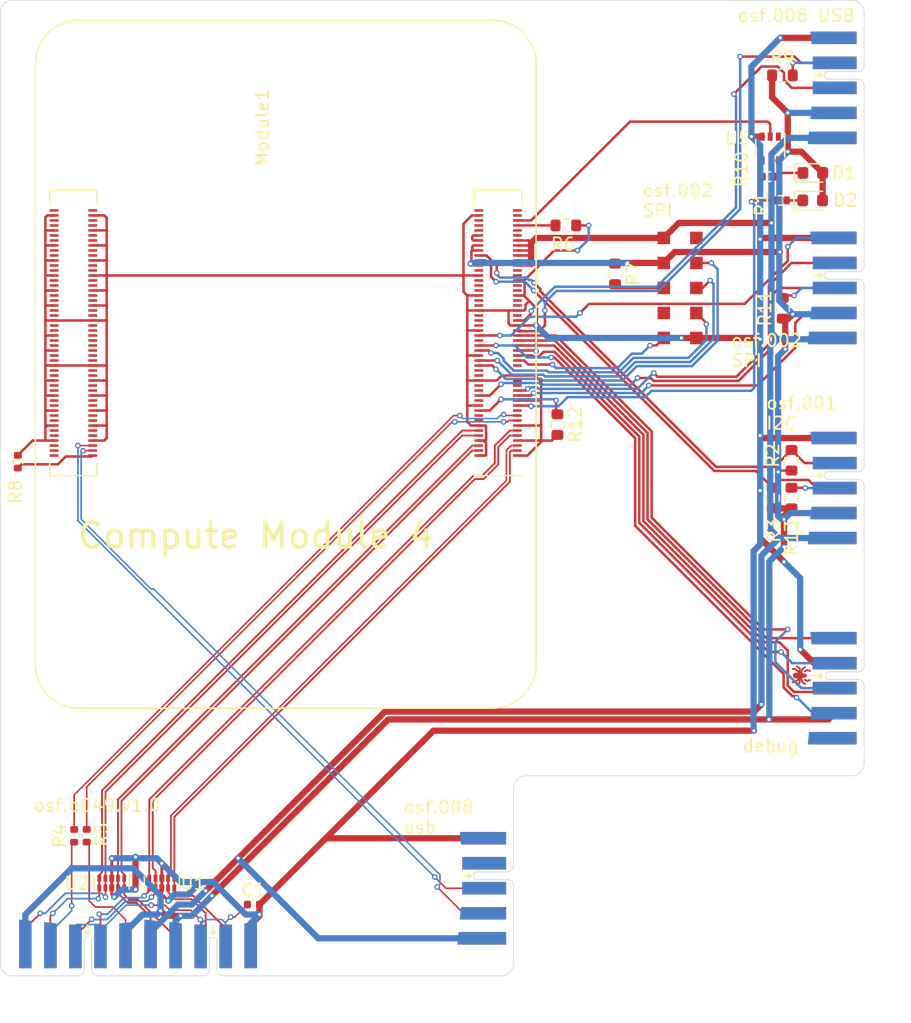
<source format=kicad_pcb>
(kicad_pcb (version 20221018) (generator pcbnew)
  (layers (0 "F.Cu" signal) (1 "In1.Cu" power) (2 "In2.Cu" power) (31 "B.Cu" signal) (34 "B.Paste" user) (35 "F.Paste" user) (36 "B.SilkS" user "B.Silkscreen") (37 "F.SilkS" user "F.Silkscreen") (38 "B.Mask" user) (39 "F.Mask" user) (44 "Edge.Cuts" user))
  (net 0 "")
  (net 1 "GND")
  (net 2 "/CM4_GPIO ( Ethernet, GPIO, SDCARD)/SD_DAT1")
  (net 3 "/CM4_GPIO ( Ethernet, GPIO, SDCARD)/SD_DAT0")
  (net 4 "/CM4_GPIO ( Ethernet, GPIO, SDCARD)/SD_CLK")
  (net 5 "/CM4_GPIO ( Ethernet, GPIO, SDCARD)/SD_CMD")
  (net 6 "/CM4_GPIO ( Ethernet, GPIO, SDCARD)/SD_DAT3")
  (net 7 "/CM4_GPIO ( Ethernet, GPIO, SDCARD)/SD_DAT2")
  (net 8 "/CM4_GPIO ( Ethernet, GPIO, SDCARD)/GPIO2")
  (net 9 "/CM4_GPIO ( Ethernet, GPIO, SDCARD)/GPIO3")
  (net 10 "/CM4_GPIO ( Ethernet, GPIO, SDCARD)/GPIO4")
  (net 11 "Net-(J2-CT1)")
  (net 12 "/TRD0_P")
  (net 13 "/TRD0_N")
  (net 14 "/CM4_GPIO ( Ethernet, GPIO, SDCARD)/GPIO27")
  (net 15 "/TRD2_N")
  (net 16 "/TRD2_P")
  (net 17 "/TRD1_P")
  (net 18 "/TRD3_N")
  (net 19 "/TRD3_P")
  (net 20 "/TRD1_N")
  (net 21 "Net-(D1-K)")
  (net 22 "Net-(D2-K)")
  (net 23 "/CM4_GPIO ( Ethernet, GPIO, SDCARD)/GPIO7")
  (net 24 "/CM4_GPIO ( Ethernet, GPIO, SDCARD)/GPIO5")
  (net 25 "/CM4_GPIO ( Ethernet, GPIO, SDCARD)/GPIO6")
  (net 26 "/CM4_GPIO ( Ethernet, GPIO, SDCARD)/GPIO12")
  (net 27 "/CM4_GPIO ( Ethernet, GPIO, SDCARD)/GPIO13")
  (net 28 "/CM4_GPIO ( Ethernet, GPIO, SDCARD)/GPIO16")
  (net 29 "/CM4_GPIO ( Ethernet, GPIO, SDCARD)/GPIO26")
  (net 30 "/SPI0_TX")
  (net 31 "/SPI0_RX")
  (net 32 "/CM4_GPIO ( Ethernet, GPIO, SDCARD)/GLOBAL_EN")
  (net 33 "/CM4_GPIO ( Ethernet, GPIO, SDCARD)/ID_SC")
  (net 34 "/CM4_GPIO ( Ethernet, GPIO, SDCARD)/ID_SD")
  (net 36 "+3.3V")
  (net 37 "/SPI0_SCK")
  (net 39 "/~{SPI0_CS}")
  (net 42 "/TMS")
  (net 44 "/~{RESET}")
  (net 45 "/TCLK")
  (net 46 "Net-(J2-LED1_1)")
  (net 47 "/TDO")
  (net 48 "Net-(J2-LED2_1)")
  (net 49 "/CM4_GPIO ( Ethernet, GPIO, SDCARD)/nPWR_LED")
  (net 50 "/nEXTRST")
  (net 52 "+5V")
  (net 54 "/TDI")
  (net 55 "Net-(J3-~{RESET})")
  (net 58 "Net-(R10-Pad2)")
  (net 60 "/SPI1_TX")
  (net 62 "/SPI1_RX")
  (net 63 "/SPI1_SCK")
  (net 65 "Net-(J5-~{RESET})")
  (net 66 "/~{SPI1_CS}")
  (net 69 "Net-(J6-~{RESET})")
  (net 70 "/UART0_RX")
  (net 71 "/UART0_TX")
  (net 72 "/CM4_GPIO ( Ethernet, GPIO, SDCARD)/WL_nDis")
  (net 75 "/CM4_GPIO ( Ethernet, GPIO, SDCARD)/SD_PWR_ON")
  (net 76 "Net-(J7-~{RESET})")
  (net 78 "Net-(Module1A-PI_nLED_Activity)")
  (net 87 "/I2C0_SDA")
  (net 90 "/CM4_GPIO ( Ethernet, GPIO, SDCARD)/SYNC_OUT")
  (net 91 "/CM4_GPIO ( Ethernet, GPIO, SDCARD)/SYNC_IN")
  (net 92 "/CM4_GPIO ( Ethernet, GPIO, SDCARD)/AIN0")
  (net 93 "/CM4_GPIO ( Ethernet, GPIO, SDCARD)/AIN1")
  (net 94 "/CM4_GPIO ( Ethernet, GPIO, SDCARD)/+1.8v")
  (net 95 "/CM4_GPIO ( Ethernet, GPIO, SDCARD)/RUN_PG")
  (net 96 "/CM4_GPIO ( Ethernet, GPIO, SDCARD)/EEPROM_nWP")
  (net 97 "/I2C0_SCL")
  (net 98 "/CM4_GPIO ( Ethernet, GPIO, SDCARD)/nRPIBOOT")
  (net 99 "/CM4_GPIO ( Ethernet, GPIO, SDCARD)/BT_nDis")
  (net 100 "/CM4_GPIO ( Ethernet, GPIO, SDCARD)/Reserved")
  (net 152 "/ETH_LEDG")
  (net 153 "/ETH_LEDY")
  (net 154 "/CM4_GPIO ( Ethernet, GPIO, SDCARD)/USB2_P")
  (net 155 "/CM4_GPIO ( Ethernet, GPIO, SDCARD)/USB2_N")
  (net 156 "/CM4_GPIO ( Ethernet, GPIO, SDCARD)/USBOTG_ID")
  (net 157 "/CM4_GPIO ( Ethernet, GPIO, SDCARD)/HDMI0_CEC")
  (net 158 "/CM4_GPIO ( Ethernet, GPIO, SDCARD)/HDMI0_HOTPLUG")
  (net 159 "/CM4_GPIO ( Ethernet, GPIO, SDCARD)/HDMI0_D2_P")
  (net 160 "/CM4_GPIO ( Ethernet, GPIO, SDCARD)/HDMI0_D2_N")
  (net 161 "/CM4_GPIO ( Ethernet, GPIO, SDCARD)/HDMI0_D1_P")
  (net 162 "/CM4_GPIO ( Ethernet, GPIO, SDCARD)/HDMI0_D1_N")
  (net 163 "/CM4_GPIO ( Ethernet, GPIO, SDCARD)/HDMI0_D0_P")
  (net 164 "/CM4_GPIO ( Ethernet, GPIO, SDCARD)/HDMI0_D0_N")
  (net 165 "/CM4_GPIO ( Ethernet, GPIO, SDCARD)/HDMI0_CK_P")
  (net 166 "/CM4_GPIO ( Ethernet, GPIO, SDCARD)/HDMI0_CK_N")
  (net 167 "/CM4_GPIO ( Ethernet, GPIO, SDCARD)/HDMI0_SDA")
  (net 168 "/CM4_GPIO ( Ethernet, GPIO, SDCARD)/HDMI0_SCL")
  (footprint "Resistor_SMD:R_0402_1005Metric" (layer "F.Cu") (at 217.585 82.5 180)
    (fp_text reference "R10")
    (fp_text value "1k")
  )
  (footprint "Package_SON:USON-10_2.5x1.0mm_P0.5mm" (layer "F.Cu") (at 169.1 138.985 -90)
    (fp_text reference "U1")
    (fp_text value "TPD4EUSB30" hide)
  )
  (footprint "LED_SMD:LED_0603_1608Metric" (layer "F.Cu") (at 221.0875 84.4)
    (fp_text reference "D2")
    (fp_text value "LED Green")
  )
  (footprint "LED_SMD:LED_0603_1608Metric" (layer "F.Cu") (at 221.1 82.2)
    (fp_text reference "D1")
    (fp_text value "LED Red")
  )
  (footprint "Resistor_SMD:R_0402_1005Metric" (layer "F.Cu") (at 218.5 84.4 180)
    (fp_text reference "R1")
    (fp_text value "1k")
  )
  (footprint "Package_TO_SOT_SMD:SOT-353_SC-70-5" (layer "F.Cu") (at 217.7 80.25 -90)
    (fp_text reference "U5")
    (fp_text value "74LVC1G07SE-7")
  )
  (footprint "Package_SON:USON-10_2.5x1.0mm_P0.5mm" (layer "F.Cu") (at 165.1 138.985 -90)
    (fp_text reference "U2")
    (fp_text value "TPD4EUSB30" hide)
  )
  (footprint "on_edge:debug_edge_2x05_host" (layer "F.Cu") (at 225.2 123.4 -90)
    (fp_text reference "J4")
    (fp_text value "DebugEdge_02x05")
    (fp_line (start -4 0) (end -1.8 0) (stroke (width 0.05)) (layer "Edge.Cuts"))
    (fp_line (start -1.3 0.5) (end -1.3 2.8) (stroke (width 0.05)) (layer "Edge.Cuts"))
    (fp_line (start -0.7 2.8) (end -0.7 0.5) (stroke (width 0.05)) (layer "Edge.Cuts"))
    (fp_line (start -0.2 0) (end 4 0) (stroke (width 0.05)) (layer "Edge.Cuts"))
    (fp_arc (start -1.8 0) (mid -1.446447 0.146447) (end -1.3 0.5) (stroke (width 0.05)) (layer "Edge.Cuts"))
    (fp_arc (start -0.7 0.5) (mid -0.553553 0.146447) (end -0.2 0) (stroke (width 0.05)) (layer "Edge.Cuts"))
    (fp_arc (start -0.7 2.8) (mid -1 3.1) (end -1.3 2.8) (stroke (width 0.05)) (layer "Edge.Cuts"))
  )
  (footprint "Resistor_SMD:R_0402_1005Metric" (layer "F.Cu") (at 163.1 135.2 90)
    (fp_text reference "R5")
    (fp_text value "470R")
  )
  (footprint "on_edge:on_edge_2x10_host" (layer "F.Cu") (at 172.2 146.4 180)
    (fp_text reference "J2")
    (fp_text value "020_1000BASE-T_with_CT")
    (fp_line (start -4 0) (end -1.8 0) (stroke (width 0.05)) (layer "Edge.Cuts"))
    (fp_line (start -1.3 2.8) (end -1.3 0.5) (stroke (width 0.05)) (layer "Edge.Cuts"))
    (fp_line (start -0.7 0.5) (end -0.7 2.8) (stroke (width 0.05)) (layer "Edge.Cuts"))
    (fp_line (start -0.2 0) (end 8.2 0) (stroke (width 0.05)) (layer "Edge.Cuts"))
    (fp_line (start 8.7 2.8) (end 8.7 0.5) (stroke (width 0.05)) (layer "Edge.Cuts"))
    (fp_line (start 9.3 0.5) (end 9.3 2.8) (stroke (width 0.05)) (layer "Edge.Cuts"))
    (fp_line (start 9.8 0) (end 14 0) (stroke (width 0.05)) (layer "Edge.Cuts"))
    (fp_arc (start -1.8 0) (mid -1.446447 0.146447) (end -1.3 0.5) (stroke (width 0.05)) (layer "Edge.Cuts"))
    (fp_arc (start -0.7 0.5) (mid -0.553553 0.146447) (end -0.2 0) (stroke (width 0.05)) (layer "Edge.Cuts"))
    (fp_arc (start -0.7 2.8) (mid -1 3.1) (end -1.3 2.8) (stroke (width 0.05)) (layer "Edge.Cuts"))
    (fp_arc (start 8.2 0) (mid 8.553553 0.146447) (end 8.7 0.5) (stroke (width 0.05)) (layer "Edge.Cuts"))
    (fp_arc (start 9.3 0.5) (mid 9.446447 0.146447) (end 9.8 0) (stroke (width 0.05)) (layer "Edge.Cuts"))
    (fp_arc (start 9.3 2.8) (mid 9 3.1) (end 8.7 2.8) (stroke (width 0.05)) (layer "Edge.Cuts"))
  )
  (footprint "Resistor_SMD:R_0603_1608Metric" (layer "F.Cu") (at 218.7 93.025 90)
    (fp_text reference "R11")
    (fp_text value "10k")
  )
  (footprint "Capacitor_SMD:C_0402_1005Metric" (layer "F.Cu") (at 176.42 140.7)
    (fp_text reference "C1")
    (fp_text value "100n")
  )
  (footprint "Resistor_SMD:R_0603_1608Metric" (layer "F.Cu") (at 201.375 86.4)
    (fp_text reference "R6")
    (fp_text value "10k")
  )
  (footprint "on_edge:on_edge_2x05_host" (layer "F.Cu") (at 225.2 91.4 -90)
    (fp_text reference "J5")
    (fp_text value "SPI" hide)
    (fp_line (start -4 0) (end -1.8 0) (stroke (width 0.05)) (layer "Edge.Cuts"))
    (fp_line (start -1.3 0.5) (end -1.3 2.9) (stroke (width 0.05)) (layer "Edge.Cuts"))
    (fp_line (start -0.7 2.9) (end -0.7 0.5) (stroke (width 0.05)) (layer "Edge.Cuts"))
    (fp_line (start -0.2 0) (end 4 0) (stroke (width 0.05)) (layer "Edge.Cuts"))
    (fp_arc (start -1.8 0) (mid -1.446447 0.146447) (end -1.3 0.5) (stroke (width 0.05)) (layer "Edge.Cuts"))
    (fp_arc (start -0.7 0.5) (mid -0.553553 0.146447) (end -0.2 0) (stroke (width 0.05)) (layer "Edge.Cuts"))
    (fp_arc (start -0.7 2.9) (mid -1 3.2) (end -1.3 2.9) (stroke (width 0.05)) (layer "Edge.Cuts"))
  )
  (footprint "Resistor_SMD:R_0603_1608Metric" (layer "F.Cu") (at 217.9 108.2 90)
    (fp_text reference "R3")
    (fp_text value "2.2k")
  )
  (footprint "Resistor_SMD:R_0603_1608Metric" (layer "F.Cu") (at 205.3 90.275 -90)
    (fp_text reference "R7")
    (fp_text value "10k")
  )
  (footprint "Resistor_SMD:R_0402_1005Metric" (layer "F.Cu") (at 157.6 105.29 90)
    (fp_text reference "R8")
    (fp_text value "2.2K 1%")
  )
  (footprint "Resistor_SMD:R_0603_1608Metric" (layer "F.Cu") (at 219.4 105.175 -90)
    (fp_text reference "R2")
    (fp_text value "2.2k")
  )
  (footprint "on_edge:on_edge_2x05_host" (layer "F.Cu") (at 225.2 107.4 -90)
    (fp_text reference "J7")
    (fp_text value "I2C" hide)
    (fp_line (start -4 0) (end -1.8 0) (stroke (width 0.05)) (layer "Edge.Cuts"))
    (fp_line (start -1.3 0.5) (end -1.3 2.9) (stroke (width 0.05)) (layer "Edge.Cuts"))
    (fp_line (start -0.7 2.9) (end -0.7 0.5) (stroke (width 0.05)) (layer "Edge.Cuts"))
    (fp_line (start -0.2 0) (end 4 0) (stroke (width 0.05)) (layer "Edge.Cuts"))
    (fp_arc (start -1.8 0) (mid -1.446447 0.146447) (end -1.3 0.5) (stroke (width 0.05)) (layer "Edge.Cuts"))
    (fp_arc (start -0.7 0.5) (mid -0.553553 0.146447) (end -0.2 0) (stroke (width 0.05)) (layer "Edge.Cuts"))
    (fp_arc (start -0.7 2.9) (mid -1 3.2) (end -1.3 2.9) (stroke (width 0.05)) (layer "Edge.Cuts"))
  )
  (footprint "on_edge:on_edge_2x05_host" (layer "F.Cu") (at 197.2 139.4 -90)
    (fp_text reference "J1")
    (fp_text value "008_USB")
    (fp_line (start -4 0) (end -1.8 0) (stroke (width 0.05)) (layer "Edge.Cuts"))
    (fp_line (start -1.3 0.5) (end -1.3 2.9) (stroke (width 0.05)) (layer "Edge.Cuts"))
    (fp_line (start -0.7 2.9) (end -0.7 0.5) (stroke (width 0.05)) (layer "Edge.Cuts"))
    (fp_line (start -0.2 0) (end 4 0) (stroke (width 0.05)) (layer "Edge.Cuts"))
    (fp_arc (start -1.8 0) (mid -1.446447 0.146447) (end -1.3 0.5) (stroke (width 0.05)) (layer "Edge.Cuts"))
    (fp_arc (start -0.7 0.5) (mid -0.553553 0.146447) (end -0.2 0) (stroke (width 0.05)) (layer "Edge.Cuts"))
    (fp_arc (start -0.7 2.9) (mid -1 3.2) (end -1.3 2.9) (stroke (width 0.05)) (layer "Edge.Cuts"))
  )
  (footprint "Resistor_SMD:R_0603_1608Metric" (layer "F.Cu") (at 218.675 74.4)
    (fp_text reference "R9")
    (fp_text value "10k")
  )
  (footprint "Resistor_SMD:R_0402_1005Metric" (layer "F.Cu") (at 162.1 135.21 90)
    (fp_text reference "R4")
    (fp_text value "470R")
  )
  (footprint "on_edge:on_edge_2x05_up_host" (layer "F.Cu") (at 208.2 91.4 90)
    (fp_text reference "J3")
    (fp_text value "SPI_2x3")
  )
  (footprint "CM4IO:Raspberry-Pi-4-Compute-Module" (layer "F.Cu") (at 195.5 73.5 180)
    (fp_text reference "Module1")
    (fp_text value "ComputeModule4")
  )
  (footprint "Resistor_SMD:R_0603_1608Metric" (layer "F.Cu") (at 219.4 108.2 90)
    (fp_text reference "R13")
    (fp_text value "10k")
  )
  (footprint "Resistor_SMD:R_0603_1608Metric" (layer "F.Cu") (at 200.7 102.325 -90)
    (fp_text reference "R12")
    (fp_text value "d.n.p")
  )
  (footprint "on_edge:on_edge_2x05_host" (layer "F.Cu") (at 225.2 75.4 -90)
    (fp_text reference "J6")
    (fp_text value "UART")
    (fp_line (start -4 0) (end -1.8 0) (stroke (width 0.05)) (layer "Edge.Cuts"))
    (fp_line (start -1.3 0.5) (end -1.3 2.9) (stroke (width 0.05)) (layer "Edge.Cuts"))
    (fp_line (start -0.7 2.9) (end -0.7 0.5) (stroke (width 0.05)) (layer "Edge.Cuts"))
    (fp_line (start -0.2 0) (end 4 0) (stroke (width 0.05)) (layer "Edge.Cuts"))
    (fp_arc (start -1.8 0) (mid -1.446447 0.146447) (end -1.3 0.5) (stroke (width 0.05)) (layer "Edge.Cuts"))
    (fp_arc (start -0.7 0.5) (mid -0.553553 0.146447) (end -0.2 0) (stroke (width 0.05)) (layer "Edge.Cuts"))
    (fp_arc (start -0.7 2.9) (mid -1 3.2) (end -1.3 2.9) (stroke (width 0.05)) (layer "Edge.Cuts"))
  )
  (gr_line (start 225.2 71.4) (end 225.2 69.4) (stroke (width 0.05)) (layer "Edge.Cuts"))
  (gr_arc (start 225.2 129.4) (mid 224.907107 130.107107) (end 224.2 130.4) (stroke (width 0.05)) (layer "Edge.Cuts"))
  (gr_line (start 197.2 145.4) (end 197.2 143.4) (stroke (width 0.05)) (layer "Edge.Cuts"))
  (gr_line (start 225.2 103.4) (end 225.2 95.4) (stroke (width 0.05)) (layer "Edge.Cuts"))
  (gr_arc (start 224.2 68.4) (mid 224.907107 68.692893) (end 225.2 69.4) (stroke (width 0.05)) (layer "Edge.Cuts"))
  (gr_line (start 197.2 135.4) (end 197.2 131.4) (stroke (width 0.05)) (layer "Edge.Cuts"))
  (gr_line (start 196.2 146.4) (end 176.2 146.4) (stroke (width 0.05)) (layer "Edge.Cuts"))
  (gr_arc (start 197.2 145.4) (mid 196.907107 146.107107) (end 196.2 146.4) (stroke (width 0.05)) (layer "Edge.Cuts"))
  (gr_line (start 198.207107 130.4) (end 224.207107 130.4) (stroke (width 0.05)) (layer "Edge.Cuts"))
  (gr_line (start 225.2 127.4) (end 225.2 129.4) (stroke (width 0.05)) (layer "Edge.Cuts"))
  (gr_line (start 225.2 119.4) (end 225.2 111.4) (stroke (width 0.05)) (layer "Edge.Cuts"))
  (gr_line (start 225.2 87.4) (end 225.2 79.4) (stroke (width 0.05)) (layer "Edge.Cuts"))
  (gr_arc (start 156.2 69.4) (mid 156.492893 68.692893) (end 157.2 68.4) (stroke (width 0.05)) (layer "Edge.Cuts"))
  (gr_line (start 156.2 69.4) (end 156.2 145.4) (stroke (width 0.05)) (layer "Edge.Cuts"))
  (gr_arc (start 157.2 146.4) (mid 156.492893 146.107107) (end 156.2 145.4) (stroke (width 0.05)) (layer "Edge.Cuts"))
  (gr_line (start 157.2 146.4) (end 158.2 146.4) (stroke (width 0.05)) (layer "Edge.Cuts"))
  (gr_line (start 224.2 68.4) (end 157.2 68.4) (stroke (width 0.05)) (layer "Edge.Cuts"))
  (gr_arc (start 197.207107 131.4) (mid 197.5 130.692893) (end 198.207107 130.4) (stroke (width 0.05)) (layer "Edge.Cuts"))
  (gr_text "osf.001\nI2C" (at 217.3 102.8) (layer "F.SilkS") (effects (font (size 1 1)) (justify left bottom)))
  (gr_text "osf.b049.v1.0" (at 163.95 132.775) (layer "F.SilkS") (effects (font (size 1 1))))
  (gr_text "osf.008 USB" (at 215 70.2) (layer "F.SilkS") (effects (font (size 1 1)) (justify left bottom)))
  (gr_text "osf.002\nSPI\n" (at 214.5 97.8) (layer "F.SilkS") (effects (font (size 1 1)) (justify left bottom)))
  (gr_text "osf.002\nSPI\n" (at 207.4 85.8) (layer "F.SilkS") (effects (font (size 1 1)) (justify left bottom)))
  (gr_text "debug" (at 215.4 128.6) (layer "F.SilkS") (effects (font (size 1 1)) (justify left bottom)))
  (gr_text "osf.008\nusb" (at 188.3 135.1) (layer "F.SilkS") (effects (font (size 1 1)) (justify left bottom)))
  (gr_text "Compute Module 4" (at 176.6 111.2) (layer "F.SilkS") (effects (font (size 2 2) (thickness 0.3))))
  (segment (start 165.1 138.6) (end 165.1 137) (width 0.23) (layer "F.Cu") (net 1))
  (segment (start 199.4 98.9) (end 198.9 98.4) (width 0.2) (layer "F.Cu") (net 1))
  (segment (start 197.5 104.8) (end 198.3 104.8) (width 0.2) (layer "F.Cu") (net 1))
  (segment (start 194.42 96.8) (end 193.5 96.8) (width 0.2) (layer "F.Cu") (net 1))
  (segment (start 160.5 102.4) (end 159.95 102.4) (width 0.2) (layer "F.Cu") (net 1))
  (segment (start 193.5 98.8) (end 193.5 100.8) (width 0.2) (layer "F.Cu") (net 1))
  (segment (start 218.8 113.3) (end 216.9 111.4) (width 0.5) (layer "F.Cu") (net 1))
  (segment (start 193.2 91.7) (end 193.5 92) (width 0.2) (layer "F.Cu") (net 1))
  (segment (start 164.7 92.8) (end 164.7 91.6) (width 0.2) (layer "F.Cu") (net 1))
  (segment (start 176.2 144.05) (end 176.2 142.3) (width 0.5) (layer "F.Cu") (net 1))
  (segment (start 198.155233 93.094767) (end 198.155233 92.744767) (width 0.2) (layer "F.Cu") (net 1))
  (segment (start 200.45 88.4) (end 202.3 88.4) (width 0.2) (layer "F.Cu") (net 1))
  (segment (start 163.58 97.6) (end 164.7 97.6) (width 0.2) (layer "F.Cu") (net 1))
  (segment (start 216.4 126.8) (end 190.8 126.8) (width 0.5) (layer "F.Cu") (net 1))
  (segment (start 193.5 94.8) (end 193.5 96.8) (width 0.2) (layer "F.Cu") (net 1))
  (segment (start 163.58 90.4) (end 164.7 90.4) (width 0.2) (layer "F.Cu") (net 1))
  (segment (start 159.8 85.75) (end 159.95 85.6) (width 0.2) (layer "F.Cu") (net 1))
  (segment (start 159.8 103.6) (end 160.5 103.6) (width 0.2) (layer "F.Cu") (net 1))
  (segment (start 163.58 92.8) (end 164.7 92.8) (width 0.2) (layer "F.Cu") (net 1))
  (segment (start 159.8 88) (end 159.8 86.8) (width 0.2) (layer "F.Cu") (net 1))
  (segment (start 159.8 102.55) (end 159.8 101.2) (width 0.2) (layer "F.Cu") (net 1))
  (segment (start 157.6 104.78) (end 158.78 103.6) (width 0.2) (layer "F.Cu") (net 1))
  (segment (start 194.42 98.8) (end 193.5 98.8) (width 0.2) (layer "F.Cu") (net 1))
  (segment (start 194.85 135.4) (end 182.2 135.4) (width 0.5) (layer "F.Cu") (net 1))
  (segment (start 197.5 93.2) (end 198.05 93.2) (width 0.2) (layer "F.Cu") (net 1))
  (segment (start 195 104.77) (end 195 103.8) (width 0.2) (layer "F.Cu") (net 1))
  (segment (start 198.454101 92.445899) (end 198.008201 92) (width 0.2) (layer "F.Cu") (net 1))
  (segment (start 160.5 94) (end 159.8 94) (width 0.2) (layer "F.Cu") (net 1))
  (segment (start 164.5 85.6) (end 163.58 85.6) (width 0.2) (layer "F.Cu") (net 1))
  (segment (start 194.42 94.8) (end 193.5 94.8) (width 0.2) (layer "F.Cu") (net 1))
  (segment (start 164.7 91.6) (end 164.7 90.4) (width 0.2) (layer "F.Cu") (net 1))
  (segment (start 159.8 100) (end 159.8 98.8) (width 0.2) (layer "F.Cu") (net 1))
  (segment (start 216.9 111.4) (end 216.9 107.6) (width 0.5) (layer "F.Cu") (net 1))
  (segment (start 199 94.4) (end 197.5 94.4) (width 0.2) (layer "F.Cu") (net 1))
  (segment (start 195 103.8) (end 194.8 103.6) (width 0.2) (layer "F.Cu") (net 1))
  (segment (start 198.05 93.2) (end 198.155233 93.094767) (width 0.2) (layer "F.Cu") (net 1))
  (segment (start 160.5 89.2) (end 159.8 89.2) (width 0.2) (layer "F.Cu") (net 1))
  (segment (start 221.2 121.4) (end 220.8 121) (width 0.5) (layer "F.Cu") (net 1))
  (segment (start 199.065233 94.334767) (end 199.065233 93.057032) (width 0.2) (layer "F.Cu") (net 1))
  (segment (start 159.8 89.2) (end 159.8 88) (width 0.2) (layer "F.Cu") (net 1))
  (segment (start 160.5 98.8) (end 159.8 98.8) (width 0.2) (layer "F.Cu") (net 1))
  (segment (start 164.7 103.4) (end 164.7 102.4) (width 0.2) (layer "F.Cu") (net 1))
  (segment (start 164.7 85.8) (end 164.5 85.6) (width 0.2) (layer "F.Cu") (net 1))
  (segment (start 164.7 97.6) (end 164.7 94) (width 0.2) (layer "F.Cu") (net 1))
  (segment (start 159.8 91.6) (end 159.8 90.4) (width 0.2) (layer "F.Cu") (net 1))
  (segment (start 165.3 140.1) (end 165.1 139.9) (width 0.23) (layer "F.Cu") (net 1))
  (segment (start 200.25 103.6) (end 197.5 103.6) (width 0.2) (layer "F.Cu") (net 1))
  (segment (start 198.9455 96.4) (end 199 96.4545) (width 0.2) (layer "F.Cu") (net 1))
  (segment (start 164.7 86.8) (end 164.7 85.8) (width 0.2) (layer "F.Cu") (net 1))
  (segment (start 200.7 103.15) (end 200.25 103.6) (width 0.2) (layer "F.Cu") (net 1))
  (segment (start 198.9 98.4) (end 197.5 98.4) (width 0.2) (layer "F.Cu") (net 1))
  (segment (start 164.7 98.8) (end 164.7 97.6) (width 0.2) (layer "F.Cu") (net 1))
  (segment (start 193.87 85.6) (end 193.2 86.27) (width 0.2) (layer "F.Cu") (net 1))
  (segment (start 198.05 90.8) (end 200.45 88.4) (width 0.2) (layer "F.Cu") (net 1))
  (segment (start 199.4 103.7) (end 199.4 102.4) (width 0.2) (layer "F.Cu") (net 1))
  (segment (start 194.97 104.8) (end 195 104.77) (width 0.2) (layer "F.Cu") (net 1))
  (segment (start 199.4 100.4) (end 199.4 98.9) (width 0.2) (layer "F.Cu") (net 1))
  (segment (start 160.5 96.4) (end 159.8 96.4) (width 0.2) (layer "F.Cu") (net 1))
  (segment (start 164.5 103.6) (end 164.7 103.4) (width 0.2) (layer "F.Cu") (net 1))
  (segment (start 194.42 104.8) (end 194.97 104.8) (width 0.2) (layer "F.Cu") (net 1))
  (segment (start 163.58 89.2) (end 164.7 89.2) (width 0.2) (layer "F.Cu") (net 1))
  (segment (start 193.5 93.2) (end 193.5 94.8) (width 0.2) (layer "F.Cu") (net 1))
  (segment (start 194.42 98.8) (end 195.856532 98.8) (width 0.2) (layer "F.Cu") (net 1))
  (segment (start 194.97 103.6) (end 195 103.57) (width 0.2) (layer "F.Cu") (net 1))
  (segment (start 195 103.57) (end 195 102.47) (width 0.2) (layer "F.Cu") (net 1))
  (segment (start 159.8 97.6) (end 159.8 96.4) (width 0.2) (layer "F.Cu") (net 1))
  (segment (start 196.95 94.4) (end 196.8 94.25) (width 0.2) (layer "F.Cu") (net 1))
  (segment (start 163.58 94) (end 164.7 94) (width 0.2) (layer "F.Cu") (net 1))
  (segment (start 163.58 100) (end 164.7 100) (width 0.2) (layer "F.Cu") (net 1))
  (segment (start 196.8 93.2) (end 194.42 93.2) (width 0.2) (layer "F.Cu") (net 1))
  (segment (start 169.63 140.401338) (end 169.1 139.871338) (width 0.23) (layer "F.Cu") (net 1))
  (segment (start 176.9 141.6) (end 176.9 141.5) (width 0.5) (layer "F.Cu") (net 1))
  (segment (start 216.9 103.2) (end 217.1 103.4) (width 0.5) (layer "F.Cu") (net 1))
  (segment (start 197.5 102.4) (end 199.4 102.4) (width 0.2) (layer "F.Cu") (net 1))
  (segment (start 196.8 94.25) (end 196.8 93.2) (width 0.2) (layer "F.Cu") (net 1))
  (segment (start 194.42 103.6) (end 194.97 103.6) (width 0.2) (layer "F.Cu") (net 1))
  (segment (start 163.58 101.2) (end 164.7 101.2) (width 0.2) (layer "F.Cu") (net 1))
  (segment (start 216.2 79.3) (end 217.05 79.3) (width 0.5) (layer "F.Cu") (net 1))
  (segment (start 165.1 138.6) (end 165.1 139.37) (width 0.23) (layer "F.Cu") (net 1))
  (segment (start 194.8 103.6) (end 194.42 103.6) (width 0.2) (layer "F.Cu") (net 1))
  (segment (start 159.95 102.4) (end 159.8 102.55) (width 0.2) (layer "F.Cu") (net 1))
  (segment (start 216.9 87.5) (end 217 87.4) (width 0.5) (layer "F.Cu") (net 1))
  (segment (start 197.5 100.4) (end 199.4 100.4) (width 0.2) (layer "F.Cu") (net 1))
  (segment (start 159.8 98.8) (end 159.8 97.6) (width 0.2) (layer "F.Cu") (net 1))
  (segment (start 169.1 139.871338) (end 169.1 139.37) (width 0.23) (layer "F.Cu") (net 1))
  (segment (start 194.93 102.4) (end 194.42 102.4) (width 0.2) (layer "F.Cu") (net 1))
  (segment (start 198.155233 92.744767) (end 198.454101 92.445899) (width 0.2) (layer "F.Cu") (net 1))
  (segment (start 160.5 92.8) (end 159.8 92.8) (width 0.2) (layer "F.Cu") (net 1))
  (segment (start 164.7 100) (end 164.7 98.8) (width 0.2) (layer "F.Cu") (net 1))
  (segment (start 194.42 85.6) (end 193.87 85.6) (width 0.2) (layer "F.Cu") (net 1))
  (segment (start 159.8 86.8) (end 159.8 85.75) (width 0.2) (layer "F.Cu") (net 1))
  (segment (start 197.5 93.2) (end 196.8 93.2) (width 0.2) (layer "F.Cu") (net 1))
  (segment (start 159.8 101.2) (end 159.8 100) (width 0.2) (layer "F.Cu") (net 1))
  (segment (start 163.58 102.4) (end 164.7 102.4) (width 0.2) (layer "F.Cu") (net 1))
  (segment (start 160.5 97.6) (end 159.8 97.6) (width 0.2) (layer "F.Cu") (net 1))
  (segment (start 193.5 100.8) (end 193.5 102.1) (width 0.2) (layer "F.Cu") (net 1))
  (segment (start 160.5 94) (end 163.58 94) (width 0.2) (layer "F.Cu") (net 1))
  (segment (start 198.08 90.83) (end 198.08 91.928201) (width 0.2) (layer "F.Cu") (net 1))
  (segment (start 199 94.4) (end 199.065233 94.334767) (width 0.2) (layer "F.Cu") (net 1))
  (segment (start 195.856532 98.8) (end 196.256532 98.4) (width 0.2) (layer "F.Cu") (net 1))
  (segment (start 164.7 90.4) (end 164.7 89.2) (width 0.2) (layer "F.Cu") (net 1))
  (segment (start 193.8 102.4) (end 194.42 102.4) (width 0.2) (layer "F.Cu") (net 1))
  (segment (start 193.2 86.27) (end 193.2 91.7) (width 0.2) (layer "F.Cu") (net 1))
  (segment (start 160.5 90.4) (end 159.8 90.4) (width 0.2) (layer "F.Cu") (net 1))
  (segment (start 195 102.47) (end 194.93 102.4) (width 0.2) (layer "F.Cu") (net 1))
  (segment (start 176.2 142.3) (end 176.9 141.6) (width 0.5) (layer "F.Cu") (net 1))
  (segment (start 160.5 88) (end 159.8 88) (width 0.2) (layer "F.Cu") (net 1))
  (segment (start 197.5 94.4) (end 196.95 94.4) (width 0.2) (layer "F.Cu") (net 1))
  (segment (start 159.8 90.4) (end 159.8 89.2) (width 0.2) (layer "F.Cu") (net 1))
  (segment (start 190.8 126.8) (end 182.05 135.55) (width 0.5) (layer "F.Cu") (net 1))
  (segment (start 160.5 91.6) (end 159.8 91.6) (width 0.2) (layer "F.Cu") (net 1))
  (segment (start 164.7 90.4) (end 194.42 90.4) (width 0.2) (layer "F.Cu") (net 1))
  (segment (start 222.85 121.4) (end 221.2 121.4) (width 0.5) (layer "F.Cu") (net 1))
  (segment (start 194.42 100.8) (end 193.5 100.8) (width 0.2) (layer "F.Cu") (net 1))
  (segment (start 159.8 94) (end 159.8 92.8) (width 0.2) (layer "F.Cu") (net 1))
  (segment (start 220.8 121) (end 220.1 120.3) (width 0.5) (layer "F.Cu") (net 1))
  (segment (start 199.065233 93.057032) (end 198.454101 92.445899) (width 0.2) (layer "F.Cu") (net 1))
  (segment (start 163.58 88) (end 164.7 88) (width 0.2) (layer "F.Cu") (net 1))
  (segment (start 217.1 103.4) (end 222.85 103.4) (width 0.5) (layer "F.Cu") (net 1))
  (segment (start 197.5 90.8) (end 198.05 90.8) (width 0.2) (layer "F.Cu") (net 1))
  (segment (start 159.8 92.8) (end 159.8 91.6) (width 0.2) (layer "F.Cu") (net 1))
  (segment (start 193.5 96.8) (end 193.5 98.8) (width 0.2) (layer "F.Cu") (net 1))
  (segment (start 203.2 86.4) (end 202.2 86.4) (width 0.2) (layer "F.Cu") (net 1))
  (segment (start 160.5 97.6) (end 163.58 97.6) (width 0.2) (layer "F.Cu") (net 1))
  (segment (start 216.9 95.5) (end 216.8 95.4) (width 0.5) (layer "F.Cu") (net 1))
  (segment (start 159.8 96.4) (end 159.8 95.2) (width 0.2) (layer "F.Cu") (net 1))
  (segment (start 164.7 102.4) (end 164.7 101.2) (width 0.2) (layer "F.Cu") (net 1))
  (segment (start 216.8 95.4) (end 211.8 95.4) (width 0.5) (layer "F.Cu") (net 1))
  (segment (start 182.05 135.55) (end 176.9 140.7) (width 0.5) (layer "F.Cu") (net 1))
  (segment (start 199.4 102.4) (end 199.4 100.4) (width 0.2) (layer "F.Cu") (net 1))
  (segment (start 160.5 100) (end 159.8 100) (width 0.2) (layer "F.Cu") (net 1))
  (segment (start 163.58 86.8) (end 164.7 86.8) (width 0.2) (layer "F.Cu") (net 1))
  (segment (start 159.8 102.55) (end 159.8 103.6) (width 0.2) (layer "F.Cu") (net 1))
  (segment (start 164.7 88) (end 164.7 86.8) (width 0.2) (layer "F.Cu") (net 1))
  (segment (start 182.2 135.4) (end 182.05 135.55) (width 0.5) (layer "F.Cu") (net 1))
  (segment (start 198.05 90.8) (end 198.08 90.83) (width 0.2) (layer "F.Cu") (net 1))
  (segment (start 217 87.4) (end 222.85 87.4) (width 0.5) (layer "F.Cu") (net 1))
  (segment (start 197.5 96.4) (end 198.9455 96.4) (width 0.2) (layer "F.Cu") (net 1))
  (segment (start 163.58 98.8) (end 164.7 98.8) (width 0.2) (layer "F.Cu") (net 1))
  (segment (start 194.42 92) (end 193.5 92) (width 0.2) (layer "F.Cu") (net 1))
  (segment (start 167 136.9) (end 167 139.5) (width 0.5) (layer "F.Cu") (net 1))
  (segment (start 194.42 93.2) (end 193.5 93.2) (width 0.2) (layer "F.Cu") (net 1))
  (segment (start 165.1 139.9) (end 165.1 139.37) (width 0.23) (layer "F.Cu") (net 1))
  (segment (start 160.5 101.2) (end 159.8 101.2) (width 0.2) (layer "F.Cu") (net 1))
  (segment (start 169.1 138.6) (end 169.1 137.4) (width 0.23) (layer "F.Cu") (net 1))
  (segment (start 196.256532 98.4) (end 197.5 98.4) (width 0.2) (layer "F.Cu") (net 1))
  (segment (start 193.5 92) (end 193.5 93.2) (width 0.2) (layer "F.Cu") (net 1))
  (segment (start 169.1 138.6) (end 169.1 139.37) (width 0.23) (layer "F.Cu") (net 1))
  (segment (start 159.8 95.2) (end 159.8 94) (width 0.2) (layer "F.Cu") (net 1))
  (segment (start 164.7 94) (end 164.7 92.8) (width 0.2) (layer "F.Cu") (net 1))
  (segment (start 211.8 95.4) (end 210.6 95.4) (width 0.5) (layer "F.Cu") (net 1))
  (segment (start 198.008201 92) (end 197.5 92) (width 0.2) (layer "F.Cu") (net 1))
  (segment (start 160.5 86.8) (end 159.8 86.8) (width 0.2) (layer "F.Cu") (net 1))
  (segment (start 193.5 102.1) (end 193.8 102.4) (width 0.2) (layer "F.Cu") (net 1))
  (segment (start 163.58 91.6) (end 164.7 91.6) (width 0.2) (layer "F.Cu") (net 1))
  (segment (start 160.5 95.2) (end 159.8 95.2) (width 0.2) (layer "F.Cu") (net 1))
  (segment (start 158.78 103.6) (end 159.8 103.6) (width 0.2) (layer "F.Cu") (net 1))
  (segment (start 198.3 104.8) (end 199.4 103.7) (width 0.2) (layer "F.Cu") (net 1))
  (segment (start 163.58 103.6) (end 164.5 103.6) (width 0.2) (layer "F.Cu") (net 1))
  (segment (start 164.7 89.2) (end 164.7 88) (width 0.2) (layer "F.Cu") (net 1))
  (segment (start 198.08 91.928201) (end 198.008201 92) (width 0.2) (layer "F.Cu") (net 1))
  (segment (start 176.9 141.5) (end 176.9 140.7) (width 0.5) (layer "F.Cu") (net 1))
  (segment (start 164.7 101.2) (end 164.7 100) (width 0.2) (layer "F.Cu") (net 1))
  (segment (start 159.95 85.6) (end 160.5 85.6) (width 0.2) (layer "F.Cu") (net 1))
  (segment (start 218.5 71.4) (end 222.85 71.4) (width 0.5) (layer "F.Cu") (net 1))
  (via (at 216.9 95.5) (size 0.45) (drill 0.25) (layers "F.Cu" "B.Cu") (net 1))
  (via (at 216.9 87.5) (size 0.45) (drill 0.25) (layers "F.Cu" "B.Cu") (net 1))
  (via (at 220.1 120.3) (size 0.45) (drill 0.25) (layers "F.Cu" "B.Cu") (net 1))
  (via (at 218.5 71.4) (size 0.45) (drill 0.25) (layers "F.Cu" "B.Cu") (net 1))
  (via (at 216.4 126.8) (size 0.45) (drill 0.25) (layers "F.Cu" "B.Cu") (net 1))
  (via (at 167 139.5) (size 0.45) (drill 0.25) (layers "F.Cu" "B.Cu") (net 1))
  (via (at 202.3 88.4) (size 0.45) (drill 0.25) (layers "F.Cu" "B.Cu") (net 1))
  (via (at 203.2 86.4) (size 0.45) (drill 0.25) (layers "F.Cu" "B.Cu") (net 1))
  (via (at 210.6 95.4) (size 0.45) (drill 0.25) (layers "F.Cu" "B.Cu") (net 1))
  (via (at 216.9 107.6) (size 0.45) (drill 0.25) (layers "F.Cu" "B.Cu") (net 1))
  (via (at 199 96.4545) (size 0.45) (drill 0.25) (layers "F.Cu" "B.Cu") (net 1))
  (via (at 176.9 141.5) (size 0.45) (drill 0.25) (layers "F.Cu" "B.Cu") (net 1))
  (via (at 169.1 137.4) (size 0.45) (drill 0.25) (layers "F.Cu" "B.Cu") (net 1))
  (via (at 165.3 140.1) (size 0.45) (drill 0.25) (layers "F.Cu" "B.Cu") (net 1))
  (via (at 199 94.4) (size 0.45) (drill 0.25) (layers "F.Cu" "B.Cu") (net 1))
  (via (at 167 136.9) (size 0.45) (drill 0.25) (layers "F.Cu" "B.Cu") (net 1))
  (via (at 216.9 103.2) (size 0.45) (drill 0.25) (layers "F.Cu" "B.Cu") (net 1))
  (via (at 218.8 113.3) (size 0.45) (drill 0.25) (layers "F.Cu" "B.Cu") (net 1))
  (via (at 165.1 137) (size 0.45) (drill 0.25) (layers "F.Cu" "B.Cu") (net 1))
  (via (at 169.63 140.401338) (size 0.45) (drill 0.25) (layers "F.Cu" "B.Cu") (net 1))
  (via (at 216.2 79.3) (size 0.45) (drill 0.25) (layers "F.Cu" "B.Cu") (net 1))
  (segment (start 220.1 120.3) (end 220.1 114.6) (width 0.5) (layer "B.Cu") (net 1))
  (segment (start 216.9 111.9) (end 216.7 112.1) (width 0.5) (layer "B.Cu") (net 1))
  (segment (start 216.2 79.3) (end 216.2 73.7) (width 0.5) (layer "B.Cu") (net 1))
  (segment (start 199 96.4545) (end 199 94.4) (width 0.2) (layer "B.Cu") (net 1))
  (segment (start 169.45 137.75) (end 168.7 137) (width 0.5) (layer "B.Cu") (net 1))
  (segment (start 176.2 142.2) (end 176.9 141.5) (width 0.5) (layer "B.Cu") (net 1))
  (segment (start 167 139.5) (end 165.9 139.5) (width 0.5) (layer "B.Cu") (net 1))
  (segment (start 216.9 107.6) (end 216.9 111.9) (width 0.5) (layer "B.Cu") (net 1))
  (segment (start 216.9 80) (end 216.2 79.3) (width 0.5) (layer "B.Cu") (net 1))
  (segment (start 171.2 139.9) (end 170.105392 139.9) (width 0.5) (layer "B.Cu") (net 1))
  (segment (start 216.37 115.7) (end 216.37 126.77) (width 0.5) (layer "B.Cu") (net 1))
  (segment (start 169.63 140.375392) (end 169.63 140.401338) (width 0.5) (layer "B.Cu") (net 1))
  (segment (start 216.9 103.2) (end 216.9 95.5) (width 0.5) (layer "B.Cu") (net 1))
  (segment (start 210.595 95.395) (end 199.995 95.395) (width 0.5) (layer "B.Cu") (net 1))
  (segment (start 216.37 126.77) (end 216.4 126.8) (width 0.5) (layer "B.Cu") (net 1))
  (segment (start 170.6 138.9) (end 169.45 137.75) (width 0.5) (layer "B.Cu") (net 1))
  (segment (start 167.1 137) (end 167 136.9) (width 0.5) (layer "B.Cu") (net 1))
  (segment (start 216.7 112.1) (end 216.37 112.43) (width 0.5) (layer "B.Cu") (net 1))
  (segment (start 216.9 107.6) (end 216.9 103.2) (width 0.5) (layer "B.Cu") (net 1))
  (segment (start 165.9 139.5) (end 165.3 140.1) (width 0.5) (layer "B.Cu") (net 1))
  (segment (start 172.2 138.9) (end 171.2 139.9) (width 0.5) (layer "B.Cu") (net 1))
  (segment (start 169.45 137.75) (end 169.1 137.4) (width 0.5) (layer "B.Cu") (net 1))
  (segment (start 168.7 137) (end 167.1 137) (width 0.5) (layer "B.Cu") (net 1))
  (segment (start 216.9 87.5) (end 216.9 80) (width 0.5) (layer "B.Cu") (net 1))
  (segment (start 216.9 95.5) (end 216.9 87.5) (width 0.5) (layer "B.Cu") (net 1))
  (segment (start 216.2 73.7) (end 218.5 71.4) (width 0.5) (layer "B.Cu") (net 1))
  (segment (start 167 136.9) (end 166.9 137) (width 0.5) (layer "B.Cu") (net 1))
  (segment (start 172.2 138.9) (end 170.6 138.9) (width 0.5) (layer "B.Cu") (net 1))
  (segment (start 175.8 141.5) (end 173.2 138.9) (width 0.5) (layer "B.Cu") (net 1))
  (segment (start 176.9 141.5) (end 175.8 141.5) (width 0.5) (layer "B.Cu") (net 1))
  (segment (start 199.995 95.395) (end 199 94.4) (width 0.5) (layer "B.Cu") (net 1))
  (segment (start 220.1 114.6) (end 218.8 113.3) (width 0.5) (layer "B.Cu") (net 1))
  (segment (start 202.3 88.4) (end 203.2 87.5) (width 0.2) (layer "B.Cu") (net 1))
  (segment (start 166.9 137) (end 165.1 137) (width 0.5) (layer "B.Cu") (net 1))
  (segment (start 170.105392 139.9) (end 169.63 140.375392) (width 0.5) (layer "B.Cu") (net 1))
  (segment (start 216.37 112.43) (end 216.37 115.7) (width 0.5) (layer "B.Cu") (net 1))
  (segment (start 173.2 138.9) (end 172.2 138.9) (width 0.5) (layer "B.Cu") (net 1))
  (segment (start 176.2 144) (end 176.2 142.2) (width 0.5) (layer "B.Cu") (net 1))
  (segment (start 203.2 87.5) (end 203.2 86.4) (width 0.2) (layer "B.Cu") (net 1))
  (segment (start 210.6 95.4) (end 210.595 95.395) (width 0.5) (layer "B.Cu") (net 1))
  (segment (start 171.427 141.155) (end 172.172 141.9) (width 0.13) (layer "F.Cu") (net 11))
  (segment (start 168.260284 140.755) (end 169.355 140.755) (width 0.13) (layer "F.Cu") (net 11))
  (segment (start 169.755 141.155) (end 171.427 141.155) (width 0.13) (layer "F.Cu") (net 11))
  (segment (start 175.94 140.7) (end 174.94 141.7) (width 0.13) (layer "F.Cu") (net 11))
  (segment (start 168.252642 140.747358) (end 168.260284 140.755) (width 0.13) (layer "F.Cu") (net 11))
  (segment (start 174.94 141.7) (end 174.6 141.7) (width 0.13) (layer "F.Cu") (net 11))
  (segment (start 169.355 140.755) (end 169.755 141.155) (width 0.13) (layer "F.Cu") (net 11))
  (via (at 174.6 141.7) (size 0.45) (drill 0.25) (layers "F.Cu" "B.Cu") (net 11))
  (via (at 168.252642 140.747358) (size 0.45) (drill 0.25) (layers "F.Cu" "B.Cu") (net 11))
  (via (at 172.172 141.9) (size 0.45) (drill 0.25) (layers "F.Cu" "B.Cu") (net 11))
  (segment (start 162.2 142.4) (end 162.2 144.3) (width 0.13) (layer "B.Cu") (net 11))
  (segment (start 164.2 142.4) (end 164.1 142.3) (width 0.13) (layer "B.Cu") (net 11))
  (segment (start 164.2 142.8) (end 164.2 144.3) (width 0.13) (layer "B.Cu") (net 11))
  (segment (start 172.2 144.3) (end 172.2 142.3) (width 0.13) (layer "B.Cu") (net 11))
  (segment (start 164.1 142.3) (end 162.3 142.3) (width 0.13) (layer "B.Cu") (net 11))
  (segment (start 174.2 142.1) (end 174.2 144.3) (width 0.13) (layer "B.Cu") (net 11))
  (segment (start 162.3 142.3) (end 162.2 142.4) (width 0.13) (layer "B.Cu") (net 11))
  (segment (start 172.2 142.3) (end 172.6 141.9) (width 0.13) (layer "B.Cu") (net 11))
  (segment (start 172.172 141.9) (end 172.2 141.928) (width 0.13) (layer "B.Cu") (net 11))
  (segment (start 172.2 141.928) (end 172.2 144.3) (width 0.13) (layer "B.Cu") (net 11))
  (segment (start 174.2 142.2) (end 174.2 144.3) (width 0.13) (layer "B.Cu") (net 11))
  (segment (start 172.6 141.9) (end 173.9 141.9) (width 0.13) (layer "B.Cu") (net 11))
  (segment (start 164.2 144.3) (end 164.2 142.4) (width 0.13) (layer "B.Cu") (net 11))
  (segment (start 174.6 141.7) (end 174.2 142.1) (width 0.13) (layer "B.Cu") (net 11))
  (segment (start 168.252642 140.747358) (end 166.252642 140.747358) (width 0.13) (layer "B.Cu") (net 11))
  (segment (start 166.252642 140.747358) (end 164.2 142.8) (width 0.13) (layer "B.Cu") (net 11))
  (segment (start 173.9 141.9) (end 174.2 142.2) (width 0.13) (layer "B.Cu") (net 11))
  (segment (start 196.9 106.9) (end 196.9 104.503) (width 0.147) (layer "F.Cu") (net 12))
  (segment (start 174.2 142.6) (end 174.2 144.05) (width 0.147) (layer "F.Cu") (net 12))
  (segment (start 170.1 138.6) (end 170.1 133.7) (width 0.147) (layer "F.Cu") (net 12))
  (segment (start 171.6 140) (end 174.2 142.6) (width 0.147) (layer "F.Cu") (net 12))
  (segment (start 170.1 133.7) (end 196.9 106.9) (width 0.147) (layer "F.Cu") (net 12))
  (segment (start 170.1 139.6) (end 170.5 140) (width 0.147) (layer "F.Cu") (net 12))
  (segment (start 196.9 104.503) (end 197.003 104.4) (width 0.147) (layer "F.Cu") (net 12))
  (segment (start 170.5 140) (end 171.6 140) (width 0.147) (layer "F.Cu") (net 12))
  (segment (start 170.1 139.37) (end 170.1 139.6) (width 0.147) (layer "F.Cu") (net 12))
  (segment (start 170.1 139.37) (end 170.1 138.6) (width 0.147) (layer "F.Cu") (net 12))
  (segment (start 197.003 104.4) (end 197.5 104.4) (width 0.147) (layer "F.Cu") (net 12))
  (segment (start 169.6 139.37) (end 169.6 139.702) (width 0.147) (layer "F.Cu") (net 13))
  (segment (start 172.6 143.65) (end 172.2 144.05) (width 0.147) (layer "F.Cu") (net 13))
  (segment (start 169.6 139.702) (end 170.175 140.277) (width 0.147) (layer "F.Cu") (net 13))
  (segment (start 196.6315 106.788784) (end 169.8315 133.588784) (width 0.13) (layer "F.Cu") (net 13))
  (segment (start 169.6 139.37) (end 169.6 138.6) (width 0.147) (layer "F.Cu") (net 13))
  (segment (start 169.8315 133.588784) (end 169.8315 137.9) (width 0.13) (layer "F.Cu") (net 13))
  (segment (start 172.6 141.391738) (end 172.6 143.65) (width 0.147) (layer "F.Cu") (net 13))
  (segment (start 169.8315 137.9) (end 169.6 138.1315) (width 0.13) (layer "F.Cu") (net 13))
  (segment (start 197.5 104) (end 197 104) (width 0.13) (layer "F.Cu") (net 13))
  (segment (start 171.485262 140.277) (end 172.6 141.391738) (width 0.147) (layer "F.Cu") (net 13))
  (segment (start 169.6 138.1315) (end 169.6 138.6) (width 0.13) (layer "F.Cu") (net 13))
  (segment (start 170.175 140.277) (end 171.485262 140.277) (width 0.147) (layer "F.Cu") (net 13))
  (segment (start 197 104) (end 196.6315 104.3685) (width 0.13) (layer "F.Cu") (net 13))
  (segment (start 196.6315 104.3685) (end 196.6315 106.788784) (width 0.13) (layer "F.Cu") (net 13))
  (segment (start 194.814737 106.677) (end 194.114738 106.677) (width 0.147) (layer "F.Cu") (net 15))
  (segment (start 168.6 138) (end 168.6 138.6) (width 0.147) (layer "F.Cu") (net 15))
  (segment (start 168.268249 140.11365) (end 168.6 139.781899) (width 0.147) (layer "F.Cu") (net 15))
  (segment (start 168.377 137.777) (end 168.6 138) (width 0.147) (layer "F.Cu") (net 15))
  (segment (start 196.891738 103.2) (end 195.977 104.114738) (width 0.147) (layer "F.Cu") (net 15))
  (segment (start 168.6 139.37) (end 168.6 138.6) (width 0.147) (layer "F.Cu") (net 15))
  (segment (start 195.977 105.514738) (end 194.814737 106.677) (width 0.147) (layer "F.Cu") (net 15))
  (segment (start 197.5 103.2) (end 196.891738 103.2) (width 0.147) (layer "F.Cu") (net 15))
  (segment (start 162.2 143.1805) (end 162.2 144.05) (width 0.147) (layer "F.Cu") (net 15))
  (segment (start 195.977 104.114738) (end 195.977 105.514738) (width 0.147) (layer "F.Cu") (net 15))
  (segment (start 168.377 132.414738) (end 168.377 137.777) (width 0.147) (layer "F.Cu") (net 15))
  (segment (start 194.114738 106.677) (end 168.377 132.414738) (width 0.147) (layer "F.Cu") (net 15))
  (segment (start 168.6 139.781899) (end 168.6 139.37) (width 0.147) (layer "F.Cu") (net 15))
  (segment (start 163.5 141.8805) (end 162.2 143.1805) (width 0.147) (layer "F.Cu") (net 15))
  (via (at 163.5 141.8805) (size 0.45) (drill 0.25) (layers "F.Cu" "B.Cu") (net 15))
  (via (at 168.268249 140.11365) (size 0.45) (drill 0.25) (layers "F.Cu" "B.Cu") (net 15))
  (segment (start 164.720284 141.9) (end 166.191784 140.4285) (width 0.147) (layer "B.Cu") (net 15))
  (segment (start 167.953399 140.4285) (end 168.268249 140.11365) (width 0.147) (layer "B.Cu") (net 15))
  (segment (start 163.5 141.8805) (end 163.5195 141.9) (width 0.147) (layer "B.Cu") (net 15))
  (segment (start 163.5195 141.9) (end 164.720284 141.9) (width 0.147) (layer "B.Cu") (net 15))
  (segment (start 166.191784 140.4285) (end 167.953399 140.4285) (width 0.147) (layer "B.Cu") (net 15))
  (segment (start 168.1 139.37) (end 168.1 138.6) (width 0.147) (layer "F.Cu") (net 16))
  (segment (start 167.7 140) (end 168.1 139.6) (width 0.147) (layer "F.Cu") (net 16))
  (segment (start 164.097358 141.472) (end 164.2 141.574642) (width 0.147) (layer "F.Cu") (net 16))
  (segment (start 168.1 132.3) (end 194 106.4) (width 0.147) (layer "F.Cu") (net 16))
  (segment (start 195.7 105.4) (end 195.7 104) (width 0.147) (layer "F.Cu") (net 16))
  (segment (start 168.1 138.6) (end 168.1 132.3) (width 0.147) (layer "F.Cu") (net 16))
  (segment (start 164.2 141.574642) (end 164.2 144.05) (width 0.147) (layer "F.Cu") (net 16))
  (segment (start 194 106.4) (end 194.7 106.4) (width 0.147) (layer "F.Cu") (net 16))
  (segment (start 168.1 139.6) (end 168.1 139.37) (width 0.147) (layer "F.Cu") (net 16))
  (segment (start 195.7 104) (end 196.9 102.8) (width 0.147) (layer "F.Cu") (net 16))
  (segment (start 194.7 106.4) (end 195.7 105.4) (width 0.147) (layer "F.Cu") (net 16))
  (segment (start 196.9 102.8) (end 197.5 102.8) (width 0.147) (layer "F.Cu") (net 16))
  (via (at 167.7 140) (size 0.45) (drill 0.25) (layers "F.Cu" "B.Cu") (net 16))
  (via (at 164.097358 141.472) (size 0.45) (drill 0.25) (layers "F.Cu" "B.Cu") (net 16))
  (segment (start 166.077047 140.1515) (end 167.5485 140.1515) (width 0.147) (layer "B.Cu") (net 16))
  (segment (start 164.097358 141.472) (end 164.756546 141.472) (width 0.147) (layer "B.Cu") (net 16))
  (segment (start 167.5485 140.1515) (end 167.7 140) (width 0.147) (layer "B.Cu") (net 16))
  (segment (start 164.756546 141.472) (end 166.077047 140.1515) (width 0.147) (layer "B.Cu") (net 16))
  (segment (start 194.42 104.4) (end 193.891738 104.4) (width 0.147) (layer "F.Cu") (net 17))
  (segment (start 166.5 140.3) (end 166.1 139.9) (width 0.147) (layer "F.Cu") (net 17))
  (segment (start 166.1 139.9) (end 166.1 139.37) (width 0.147) (layer "F.Cu") (net 17))
  (segment (start 193.891738 104.4) (end 165.877 132.414738) (width 0.147) (layer "F.Cu") (net 17))
  (segment (start 170.2 143.3) (end 167.2 140.3) (width 0.147) (layer "F.Cu") (net 17))
  (segment (start 170.2 144.05) (end 170.2 143.3) (width 0.147) (layer "F.Cu") (net 17))
  (segment (start 165.877 132.414738) (end 165.877 138.077) (width 0.147) (layer "F.Cu") (net 17))
  (segment (start 167.2 140.3) (end 166.5 140.3) (width 0.147) (layer "F.Cu") (net 17))
  (segment (start 166.1 138.3) (end 166.1 138.6) (width 0.147) (layer "F.Cu") (net 17))
  (segment (start 166.1 139.37) (end 166.1 138.6) (width 0.147) (layer "F.Cu") (net 17))
  (segment (start 165.877 138.077) (end 166.1 138.3) (width 0.147) (layer "F.Cu") (net 17))
  (segment (start 164.6 131.691738) (end 193.091738 103.2) (width 0.147) (layer "F.Cu") (net 18))
  (segment (start 164.6 138.6) (end 164.6 131.691738) (width 0.147) (layer "F.Cu") (net 18))
  (segment (start 158.2 142.6) (end 158.2 144.05) (width 0.147) (layer "F.Cu") (net 18))
  (segment (start 164.6 139.37) (end 164.6 138.6) (width 0.147) (layer "F.Cu") (net 18))
  (segment (start 193.091738 103.2) (end 194.42 103.2) (width 0.147) (layer "F.Cu") (net 18))
  (segment (start 164.6 139.37) (end 164.6 140.1) (width 0.147) (layer "F.Cu") (net 18))
  (segment (start 159.4 141.4) (end 158.2 142.6) (width 0.147) (layer "F.Cu") (net 18))
  (via (at 159.4 141.4) (size 0.45) (drill 0.25) (layers "F.Cu" "B.Cu") (net 18))
  (via (at 164.6 140.1) (size 0.45) (drill 0.25) (layers "F.Cu" "B.Cu") (net 18))
  (segment (start 164.6 140.1) (end 164.3 139.8) (width 0.147) (layer "B.Cu") (net 18))
  (segment (start 159.8 141.394009) (end 159.8 141.4) (width 0.147) (layer "B.Cu") (net 18))
  (segment (start 159.8 141.4) (end 159.4 141.4) (width 0.147) (layer "B.Cu") (net 18))
  (segment (start 164.3 139.8) (end 161.394009 139.8) (width 0.147) (layer "B.Cu") (net 18))
  (segment (start 161.394009 139.8) (end 159.8 141.394009) (width 0.147) (layer "B.Cu") (net 18))
  (segment (start 160.2 141.6) (end 160.4 141.4) (width 0.147) (layer "F.Cu") (net 19))
  (segment (start 164.1 138.3445) (end 164.323 138.1215) (width 0.147) (layer "F.Cu") (net 19))
  (segment (start 164.1 138.6) (end 164.1 138.3445) (width 0.147) (layer "F.Cu") (net 19))
  (segment (start 164.323 131.577) (end 193.1 102.8) (width 0.147) (layer "F.Cu") (net 19))
  (segment (start 160.2 144.05) (end 160.2 141.6) (width 0.147) (layer "F.Cu") (net 19))
  (segment (start 193.1 102.8) (end 194.42 102.8) (width 0.147) (layer "F.Cu") (net 19))
  (segment (start 164.020497 140.228) (end 164.1 140.148497) (width 0.147) (layer "F.Cu") (net 19))
  (segment (start 164.323 138.1215) (end 164.323 131.577) (width 0.147) (layer "F.Cu") (net 19))
  (segment (start 164.1 140.148497) (end 164.1 139.37) (width 0.147) (layer "F.Cu") (net 19))
  (segment (start 164.1 139.37) (end 164.1 138.6) (width 0.147) (layer "F.Cu") (net 19))
  (via (at 160.4 141.4) (size 0.45) (drill 0.25) (layers "F.Cu" "B.Cu") (net 19))
  (via (at 164.020497 140.228) (size 0.45) (drill 0.25) (layers "F.Cu" "B.Cu") (net 19))
  (segment (start 161.572 140.228) (end 160.4 141.4) (width 0.147) (layer "B.Cu") (net 19))
  (segment (start 164.020497 140.228) (end 161.572 140.228) (width 0.147) (layer "B.Cu") (net 19))
  (segment (start 167.085262 140.577) (end 168.2 141.691738) (width 0.147) (layer "F.Cu") (net 20))
  (segment (start 165.6 138.6) (end 165.6 132.3) (width 0.147) (layer "F.Cu") (net 20))
  (segment (start 168.2 141.691738) (end 168.2 144.05) (width 0.147) (layer "F.Cu") (net 20))
  (segment (start 193.9 104) (end 194.42 104) (width 0.147) (layer "F.Cu") (net 20))
  (segment (start 165.6 139.792) (end 166.385 140.577) (width 0.147) (layer "F.Cu") (net 20))
  (segment (start 166.385 140.577) (end 167.085262 140.577) (width 0.147) (layer "F.Cu") (net 20))
  (segment (start 165.6 139.37) (end 165.6 138.6) (width 0.147) (layer "F.Cu") (net 20))
  (segment (start 165.6 132.3) (end 193.9 104) (width 0.147) (layer "F.Cu") (net 20))
  (segment (start 165.6 139.37) (end 165.6 139.792) (width 0.147) (layer "F.Cu") (net 20))
  (segment (start 220.3125 82.2) (end 218.395 82.2) (width 0.2) (layer "F.Cu") (net 21))
  (segment (start 218.395 82.2) (end 218.095 82.5) (width 0.2) (layer "F.Cu") (net 21))
  (segment (start 219.01 84.4) (end 220.3 84.4) (width 0.2) (layer "F.Cu") (net 22))
  (segment (start 212.6 94.2) (end 211.8 93.4) (width 0.2) (layer "F.Cu") (net 30))
  (segment (start 212.6 94.3) (end 212.6 94.2) (width 0.2) (layer "F.Cu") (net 30))
  (segment (start 195.2 96.4) (end 195.4 96.6) (width 0.2) (layer "F.Cu") (net 30))
  (segment (start 194.42 96.4) (end 195.2 96.4) (width 0.2) (layer "F.Cu") (net 30))
  (via (at 195.4 96.6) (size 0.45) (drill 0.25) (layers "F.Cu" "B.Cu") (net 30))
  (via (at 212.6 94.3) (size 0.45) (drill 0.25) (layers "F.Cu" "B.Cu") (net 30))
  (segment (start 212.43331 95.73331) (end 212.6 95.56662) (width 0.2) (layer "B.Cu") (net 30))
  (segment (start 195.4 96.6) (end 195.943468 96.6) (width 0.2) (layer "B.Cu") (net 30))
  (segment (start 199.867298 98.007298) (end 200 98.14) (width 0.2) (layer "B.Cu") (net 30))
  (segment (start 195.943468 96.6) (end 196.4 97.056532) (width 0.2) (layer "B.Cu") (net 30))
  (segment (start 206.03331 97.73331) (end 206.77662 96.99) (width 0.2) (layer "B.Cu") (net 30))
  (segment (start 197.9 98.007298) (end 199.867298 98.007298) (width 0.2) (layer "B.Cu") (net 30))
  (segment (start 207.050001 96.990001) (end 211.176619 96.990001) (width 0.2) (layer "B.Cu") (net 30))
  (segment (start 197.207298 98.007298) (end 197.9 98.007298) (width 0.2) (layer "B.Cu") (net 30))
  (segment (start 205.62662 98.14) (end 206.03331 97.73331) (width 0.2) (layer "B.Cu") (net 30))
  (segment (start 206.77662 96.99) (end 207.050001 96.990001) (width 0.2) (layer "B.Cu") (net 30))
  (segment (start 196.4 97.2) (end 197.207298 98.007298) (width 0.2) (layer "B.Cu") (net 30))
  (segment (start 211.176619 96.990001) (end 212.43331 95.73331) (width 0.2) (layer "B.Cu") (net 30))
  (segment (start 196.4 97.056532) (end 196.4 97.2) (width 0.2) (layer "B.Cu") (net 30))
  (segment (start 200.7 98.14) (end 205.62662 98.14) (width 0.2) (layer "B.Cu") (net 30))
  (segment (start 200 98.14) (end 200.7 98.14) (width 0.2) (layer "B.Cu") (net 30))
  (segment (start 212.6 95.56662) (end 212.6 94.3) (width 0.2) (layer "B.Cu") (net 30))
  (segment (start 212.3 91.4) (end 212.9 90.8) (width 0.2) (layer "F.Cu") (net 31))
  (segment (start 211.8 91.4) (end 212.3 91.4) (width 0.2) (layer "F.Cu") (net 31))
  (segment (start 194.42 97.2) (end 195.9 97.2) (width 0.2) (layer "F.Cu") (net 31))
  (via (at 212.9 90.8) (size 0.45) (drill 0.25) (layers "F.Cu" "B.Cu") (net 31))
  (via (at 195.9 97.2) (size 0.45) (drill 0.25) (layers "F.Cu" "B.Cu") (net 31))
  (segment (start 199.7 98.47) (end 199.567298 98.337298) (width 0.2) (layer "B.Cu") (net 31))
  (segment (start 197.037298 98.337298) (end 195.9 97.2) (width 0.2) (layer "B.Cu") (net 31))
  (segment (start 206.91331 97.32) (end 205.76331 98.47) (width 0.2) (layer "B.Cu") (net 31))
  (segment (start 212.9 90.8) (end 213.17 91.07) (width 0.2) (layer "B.Cu") (net 31))
  (segment (start 205.76331 98.47) (end 199.7 98.47) (width 0.2) (layer "B.Cu") (net 31))
  (segment (start 213.17 91.07) (end 213.17 95.46331) (width 0.2) (layer "B.Cu") (net 31))
  (segment (start 211.31331 97.32) (end 206.91331 97.32) (width 0.2) (layer "B.Cu") (net 31))
  (segment (start 213.17 95.46331) (end 211.31331 97.32) (width 0.2) (layer "B.Cu") (net 31))
  (segment (start 199.567298 98.337298) (end 197.037298 98.337298) (width 0.2) (layer "B.Cu") (net 31))
  (segment (start 219.1 77.4) (end 219.1 80.5) (width 0.5) (layer "F.Cu") (net 36))
  (segment (start 222.35 125.9) (end 222.85 125.4) (width 0.5) (layer "F.Cu") (net 36))
  (segment (start 218.4 81.2) (end 219.1 80.5) (width 0.5) (layer "F.Cu") (net 36))
  (segment (start 193.83 88.44) (end 193.87 88.4) (width 0.2) (layer "F.Cu") (net 36))
  (segment (start 217.6 125.9) (end 187.2 125.9) (width 0.5) (layer "F.Cu") (net 36))
  (segment (start 209.2 89.4) (end 206.3 89.4) (width 0.5) (layer "F.Cu") (net 36))
  (segment (start 219.15 93.85) (end 219.5 93.5) (width 0.5) (layer "F.Cu") (net 36))
  (segment (start 219.4 106) (end 218.45098 106) (width 0.2) (layer "F.Cu") (net 36))
  (segment (start 209.2 89.4) (end 210.08 88.52) (width 0.5) (layer "F.Cu") (net 36))
  (segment (start 193.9 88.1) (end 193.9 88.3) (width 0.2) (layer "F.Cu") (net 36))
  (segment (start 218.9 96.3) (end 218.9 94.05) (width 0.5) (layer "F.Cu") (net 36))
  (segment (start 206.3 89.4) (end 205.35 89.4) (width 0.2) (layer "F.Cu") (net 36))
  (segment (start 218.8 109.9) (end 218.8 109.625) (width 0.5) (layer "F.Cu") (net 36))
  (segment (start 221.8875 82.2) (end 220.1875 80.5) (width 0.5) (layer "F.Cu") (net 36))
  (segment (start 193.87 88.4) (end 194 88.4) (width 0.2) (layer "F.Cu") (net 36))
  (segment (start 218.7 93.85) (end 219.15 93.85) (width 0.5) (layer "F.Cu") (net 36))
  (segment (start 218.8 109.9) (end 218.8 112.1) (width 0.5) (layer "F.Cu") (net 36))
  (segment (start 194 88) (end 193.9 88.1) (width 0.2) (layer "F.Cu") (net 36))
  (segment (start 194 89.6) (end 193.83 89.43) (width 0.2) (layer "F.Cu") (net 36))
  (segment (start 221.8875 82.2) (end 221.8875 84.3875) (width 0.5) (layer "F.Cu") (net 36))
  (segment (start 221.8875 84.3875) (end 221.875 84.4) (width 0.5) (layer "F.Cu") (net 36))
  (segment (start 169 141.2) (end 169.4 141.6) (width 0.5) (layer "F.Cu") (net 36))
  (segment (start 187.2 125.9) (end 173.1 140) (width 0.5) (layer "F.Cu") (net 36))
  (segment (start 194 88.4) (end 194.42 88.4) (width 0.2) (layer "F.Cu") (net 36))
  (segment (start 217.6 125.9) (end 222.35 125.9) (width 0.5) (layer "F.Cu") (net 36))
  (segment (start 218.9 94.05) (end 218.7 93.85) (width 0.5) (layer "F.Cu") (net 36))
  (segment (start 194.42 88) (end 194 88) (width 0.2) (layer "F.Cu") (net 36))
  (segment (start 193.9 88.3) (end 194 88.4) (width 0.2) (layer "F.Cu") (net 36))
  (segment (start 210.08 88.52) (end 218.48 88.52) (width 0.5) (layer "F.Cu") (net 36))
  (segment (start 205.35 89.4) (end 205.3 89.45) (width 0.2) (layer "F.Cu") (net 36))
  (segment (start 217.9 109.025) (end 219.4 109.025) (width 0.5) (layer "F.Cu") (net 36))
  (segment (start 220.1875 80.5) (end 219.1 80.5) (width 0.5) (layer "F.Cu") (net 36))
  (segment (start 218.45098 106) (end 218.336511 106.114469) (width 0.2) (layer "F.Cu") (net 36))
  (segment (start 169.4 141.6) (end 170.6 141.6) (width 0.5) (layer "F.Cu") (net 36))
  (segment (start 217.85 76.15) (end 219.1 77.4) (width 0.5) (layer "F.Cu") (net 36))
  (segment (start 218.8 109.625) (end 219.4 109.025) (width 0.5) (layer "F.Cu") (net 36))
  (segment (start 193.83 89.43) (end 193.83 88.44) (width 0.2) (layer "F.Cu") (net 36))
  (segment (start 218.35 81.2) (end 218.4 81.2) (width 0.5) (layer "F.Cu") (net 36))
  (segment (start 217.85 74.4) (end 217.85 76.15) (width 0.5) (layer "F.Cu") (net 36))
  (segment (start 194.42 89.6) (end 194 89.6) (width 0.2) (layer "F.Cu") (net 36))
  (via (at 218.336511 106.114469) (size 0.45) (drill 0.25) (layers "F.Cu" "B.Cu") (net 36))
  (via (at 218.8 112.1) (size 0.45) (drill 0.25) (layers "F.Cu" "B.Cu") (net 36))
  (via (at 218.48 88.52) (size 0.45) (drill 0.25) (layers "F.Cu" "B.Cu") (net 36))
  (via (at 219.5 93.5) (size 0.45) (drill 0.25) (layers "F.Cu" "B.Cu") (net 36))
  (via (at 206.3 89.4) (size 0.45) (drill 0.25) (layers "F.Cu" "B.Cu") (net 36))
  (via (at 170.6 141.6) (size 0.45) (drill 0.25) (layers "F.Cu" "B.Cu") (net 36))
  (via (at 218.8 109.9) (size 0.45) (drill 0.25) (layers "F.Cu" "B.Cu") (net 36))
  (via (at 173.1 140) (size 0.45) (drill 0.25) (layers "F.Cu" "B.Cu") (net 36))
  (via (at 217.6 125.9) (size 0.45) (drill 0.25) (layers "F.Cu" "B.Cu") (net 36))
  (via (at 218.9 96.3) (size 0.45) (drill 0.25) (layers "F.Cu" "B.Cu") (net 36))
  (via (at 219.1 80.5) (size 0.45) (drill 0.25) (layers "F.Cu" "B.Cu") (net 36))
  (via (at 169 141.2) (size 0.45) (drill 0.25) (layers "F.Cu" "B.Cu") (net 36))
  (via (at 219.1 77.4) (size 0.45) (drill 0.25) (layers "F.Cu" "B.Cu") (net 36))
  (via (at 193.758289 89.468843) (size 0.45) (drill 0.25) (layers "F.Cu" "B.Cu") (net 36))
  (segment (start 161.9 137.8) (end 158.2 141.5) (width 0.5) (layer "B.Cu") (net 36))
  (segment (start 222.8 77.4) (end 219.1 77.4) (width 0.5) (layer "B.Cu") (net 36))
  (segment (start 168.7 141.5) (end 167.562598 141.5) (width 0.5) (layer "B.Cu") (net 36))
  (segment (start 217.63 113.27) (end 218.8 112.1) (width 0.5) (layer "B.Cu") (net 36))
  (segment (start 169 141.2) (end 168.7 141.5) (width 0.5) (layer "B.Cu") (net 36))
  (segment (start 219.5 93.5) (end 222.7 93.5) (width 0.5) (layer "B.Cu") (net 36))
  (segment (start 166.2 142.862598) (end 166.2 144) (width 0.5) (layer "B.Cu") (net 36))
  (segment (start 218.33 109.63) (end 218.33 109) (width 0.5) (layer "B.Cu") (net 36))
  (segment (start 206.3 89.4) (end 193.827132 89.4) (width 0.5) (layer "B.Cu") (net 36))
  (segment (start 218.33 96.87) (end 218.9 96.3) (width 0.5) (layer "B.Cu") (net 36))
  (segment (start 222.8 109.4) (end 219.3 109.4) (width 0.5) (layer "B.Cu") (net 36))
  (segment (start 170.6 141.6) (end 171.5 141.6) (width 0.5) (layer "B.Cu") (net 36))
  (segment (start 158.2 141.5) (end 158.2 143.9) (width 0.5) (layer "B.Cu") (net 36))
  (segment (start 193.827132 89.4) (end 193.758289 89.468843) (width 0.5) (layer "B.Cu") (net 36))
  (segment (start 218.43 81.17) (end 219.1 80.5) (width 0.5) (layer "B.Cu") (net 36))
  (segment (start 169 141.2) (end 169 139.989801) (width 0.5) (layer "B.Cu") (net 36))
  (segment (start 218.8 109.9) (end 218.6 109.9) (width 0.5) (layer "B.Cu") (net 36))
  (segment (start 219.5 93.5) (end 218.43 92.43) (width 0.5) (layer "B.Cu") (net 36))
  (segment (start 166.810199 137.8) (end 161.9 137.8) (width 0.5) (layer "B.Cu") (net 36))
  (segment (start 217.6 125.9) (end 217.63 125.87) (width 0.5) (layer "B.Cu") (net 36))
  (segment (start 171.5 141.6) (end 173.1 140) (width 0.5) (layer "B.Cu") (net 36))
  (segment (start 222.7 93.5) (end 222.8 93.4) (width 0.5) (layer "B.Cu") (net 36))
  (segment (start 170.2 144) (end 170.2 142) (width 0.5) (layer "B.Cu") (net 36))
  (segment (start 167.562598 141.5) (end 166.2 142.862598) (width 0.5) (layer "B.Cu") (net 36))
  (segment (start 218.43 92.43) (end 218.43 81.17) (width 0.5) (layer "B.Cu") (net 36))
  (segment (start 218.6 109.9) (end 218.33 109.63) (width 0.5) (layer "B.Cu") (net 36))
  (segment (start 170.2 142) (end 170.6 141.6) (width 0.5) (layer "B.Cu") (net 36))
  (segment (start 218.33 109) (end 218.33 96.87) (width 0.5) (layer "B.Cu") (net 36))
  (segment (start 217.63 125.87) (end 217.63 113.27) (width 0.5) (layer "B.Cu") (net 36))
  (segment (start 169 139.989801) (end 166.810199 137.8) (width 0.5) (layer "B.Cu") (net 36))
  (segment (start 219.3 109.4) (end 218.8 109.9) (width 0.5) (layer "B.Cu") (net 36))
  (segment (start 195.5 97.6) (end 195.8 97.9) (width 0.2) (layer "F.Cu") (net 37))
  (segment (start 194.42 97.6) (end 195.5 97.6) (width 0.2) (layer "F.Cu") (net 37))
  (segment (start 213 89.4) (end 211.8 89.4) (width 0.2) (layer "F.Cu") (net 37))
  (via (at 195.8 97.9) (size 0.45) (drill 0.25) (layers "F.Cu" "B.Cu") (net 37))
  (via (at 213 89.4) (size 0.45) (drill 0.25) (layers "F.Cu" "B.Cu") (net 37))
  (segment (start 211.45 97.65) (end 213.5 95.6) (width 0.2) (layer "B.Cu") (net 37))
  (segment (start 199.393988 98.667298) (end 199.52669 98.8) (width 0.2) (layer "B.Cu") (net 37))
  (segment (start 196.567298 98.667298) (end 199.393988 98.667298) (width 0.2) (layer "B.Cu") (net 37))
  (segment (start 213.5 95.6) (end 213.5 89.9) (width 0.2) (layer "B.Cu") (net 37))
  (segment (start 213.5 89.9) (end 213 89.4) (width 0.2) (layer "B.Cu") (net 37))
  (segment (start 195.8 97.9) (end 196.567298 98.667298) (width 0.2) (layer "B.Cu") (net 37))
  (segment (start 207.05 97.65) (end 211.45 97.65) (width 0.2) (layer "B.Cu") (net 37))
  (segment (start 205.9 98.8) (end 207.05 97.65) (width 0.2) (layer "B.Cu") (net 37))
  (segment (start 199.52669 98.8) (end 205.9 98.8) (width 0.2) (layer "B.Cu") (net 37))
  (segment (start 198.374504 97.524504) (end 200.304492 97.524504) (width 0.2) (layer "F.Cu") (net 39))
  (segment (start 208.1 96) (end 208.6 96) (width 0.2) (layer "F.Cu") (net 39))
  (segment (start 197.5 97.2) (end 198.05 97.2) (width 0.2) (layer "F.Cu") (net 39))
  (segment (start 208.6 96) (end 209.2 95.4) (width 0.2) (layer "F.Cu") (net 39))
  (segment (start 198.05 97.2) (end 198.374504 97.524504) (width 0.2) (layer "F.Cu") (net 39))
  (via (at 208.1 96) (size 0.45) (drill 0.25) (layers "F.Cu" "B.Cu") (net 39))
  (via (at 200.304492 97.524504) (size 0.45) (drill 0.25) (layers "F.Cu" "B.Cu") (net 39))
  (segment (start 200.304492 97.524504) (end 200.589988 97.81) (width 0.2) (layer "B.Cu") (net 39))
  (segment (start 205.48993 97.81) (end 205.896619 97.403311) (width 0.2) (layer "B.Cu") (net 39))
  (segment (start 206.639931 96.66) (end 207.4 96.66) (width 0.2) (layer "B.Cu") (net 39))
  (segment (start 207.4 96.66) (end 207.44 96.66) (width 0.2) (layer "B.Cu") (net 39))
  (segment (start 200.83669 97.81) (end 205.48993 97.81) (width 0.2) (layer "B.Cu") (net 39))
  (segment (start 205.896619 97.403311) (end 206.639931 96.66) (width 0.2) (layer "B.Cu") (net 39))
  (segment (start 207.44 96.66) (end 208.1 96) (width 0.2) (layer "B.Cu") (net 39))
  (segment (start 200.589988 97.81) (end 200.83669 97.81) (width 0.2) (layer "B.Cu") (net 39))
  (segment (start 219.1 120.392032) (end 219.1 123.2) (width 0.2) (layer "F.Cu") (net 42))
  (segment (start 197.5 96) (end 200.43331 96) (width 0.2) (layer "F.Cu") (net 42))
  (segment (start 207.57 110.03669) (end 217.26331 119.73) (width 0.2) (layer "F.Cu") (net 42))
  (segment (start 219.1 123.2) (end 219.6 123.7) (width 0.2) (layer "F.Cu") (net 42))
  (segment (start 221.2 123.7) (end 221.5 123.4) (width 0.2) (layer "F.Cu") (net 42))
  (segment (start 219.6 123.7) (end 221.2 123.7) (width 0.2) (layer "F.Cu") (net 42))
  (segment (start 221.5 123.4) (end 222.85 123.4) (width 0.2) (layer "F.Cu") (net 42))
  (segment (start 218.437968 119.73) (end 219.1 120.392032) (width 0.2) (layer "F.Cu") (net 42))
  (segment (start 207.57 103.13669) (end 207.57 110.03669) (width 0.2) (layer "F.Cu") (net 42))
  (segment (start 217.26331 119.73) (end 218.437968 119.73) (width 0.2) (layer "F.Cu") (net 42))
  (segment (start 200.43331 96) (end 207.57 103.13669) (width 0.2) (layer "F.Cu") (net 42))
  (segment (start 208.23 109.76331) (end 210.783345 112.316655) (width 0.2) (layer "F.Cu") (net 44))
  (segment (start 208.23 102.86331) (end 208.23 107.3) (width 0.2) (layer "F.Cu") (net 44))
  (segment (start 202.533345 97.166655) (end 208.23 102.86331) (width 0.2) (layer "F.Cu") (net 44))
  (segment (start 200.56669 95.2) (end 202.533345 97.166655) (width 0.2) (layer "F.Cu") (net 44))
  (segment (start 210.783345 112.316655) (end 217.16669 118.7) (width 0.2) (layer "F.Cu") (net 44))
  (segment (start 197.5 95.2) (end 200.56669 95.2) (width 0.2) (layer "F.Cu") (net 44))
  (segment (start 208.23 107.3) (end 208.23 109.76331) (width 0.2) (layer "F.Cu") (net 44))
  (segment (start 217.16669 118.7) (end 219.1 118.7) (width 0.2) (layer "F.Cu") (net 44))
  (via (at 219.1 118.7) (size 0.45) (drill 0.25) (layers "F.Cu" "B.Cu") (net 44))
  (segment (start 220.2 123.4) (end 223.1 123.4) (width 0.2) (layer "B.Cu") (net 44))
  (segment (start 218.11 121.31) (end 220.2 123.4) (width 0.2) (layer "B.Cu") (net 44))
  (segment (start 219.1 118.7) (end 218.11 119.69) (width 0.2) (layer "B.Cu") (net 44))
  (segment (start 218.11 119.69) (end 218.11 121.31) (width 0.2) (layer "B.Cu") (net 44))
  (segment (start 199.597968 96.5) (end 199.188468 96.9095) (width 0.2) (layer "F.Cu") (net 45))
  (segment (start 207.24 103.27338) (end 200.46662 96.5) (width 0.2) (layer "F.Cu") (net 45))
  (segment (start 217.56662 120.5) (end 207.240001 110.173381) (width 0.2) (layer "F.Cu") (net 45))
  (segment (start 200.46662 96.5) (end 199.597968 96.5) (width 0.2) (layer "F.Cu") (net 45))
  (segment (start 207.240001 110.173381) (end 207.24 103.27338) (width 0.2) (layer "F.Cu") (net 45))
  (segment (start 199.188468 96.9095) (end 198.811532 96.9095) (width 0.2) (layer "F.Cu") (net 45))
  (segment (start 218.5645 120.5) (end 217.56662 120.5) (width 0.2) (layer "F.Cu") (net 45))
  (segment (start 198.811532 96.9095) (end 198.702032 96.8) (width 0.2) (layer "F.Cu") (net 45))
  (segment (start 198.702032 96.8) (end 197.5 96.8) (width 0.2) (layer "F.Cu") (net 45))
  (via (at 218.5645 120.5) (size 0.45) (drill 0.25) (layers "F.Cu" "B.Cu") (net 45))
  (segment (start 219.4645 121.4) (end 223.1 121.4) (width 0.2) (layer "B.Cu") (net 45))
  (segment (start 218.5645 120.5) (end 219.4645 121.4) (width 0.2) (layer "B.Cu") (net 45))
  (segment (start 166.2 144.05) (end 166.2 141.9) (width 0.13) (layer "F.Cu") (net 46))
  (segment (start 166.2 141.9) (end 165.2 140.9) (width 0.13) (layer "F.Cu") (net 46))
  (segment (start 163.8 140.9) (end 163.3 140.4) (width 0.13) (layer "F.Cu") (net 46))
  (segment (start 165.2 140.9) (end 163.8 140.9) (width 0.13) (layer "F.Cu") (net 46))
  (segment (start 163.3 140.4) (end 163.3 135.91) (width 0.13) (layer "F.Cu") (net 46))
  (segment (start 163.3 135.91) (end 163.1 135.71) (width 0.13) (layer "F.Cu") (net 46))
  (segment (start 201.149965 97.650035) (end 201.150035 97.650035) (width 0.2) (layer "F.Cu") (net 47))
  (segment (start 200.45443 96.9545) (end 201.149965 97.650035) (width 0.2) (layer "F.Cu") (net 47))
  (segment (start 219.678759 124.03) (end 219.803259 124.1545) (width 0.2) (layer "F.Cu") (net 47))
  (segment (start 218.770001 123.336691) (end 219.463309 124.029999) (width 0.2) (layer "F.Cu") (net 47))
  (segment (start 219.463309 124.029999) (end 219.678759 124.03) (width 0.2) (layer "F.Cu") (net 47))
  (segment (start 201.150035 97.650035) (end 206.91 103.41) (width 0.2) (layer "F.Cu") (net 47))
  (segment (start 194.42 96) (end 195.8 96) (width 0.2) (layer "F.Cu") (net 47))
  (segment (start 206.910002 110.410002) (end 218.77 122.27) (width 0.2) (layer "F.Cu") (net 47))
  (segment (start 200.2 96.9545) (end 200.45443 96.9545) (width 0.2) (layer "F.Cu") (net 47))
  (segment (start 206.91 103.41) (end 206.910002 110.410002) (width 0.2) (layer "F.Cu") (net 47))
  (segment (start 218.77 122.27) (end 218.770001 123.336691) (width 0.2) (layer "F.Cu") (net 47))
  (via (at 219.803259 124.1545) (size 0.45) (drill 0.25) (layers "F.Cu" "B.Cu") (net 47))
  (via (at 195.8 96) (size 0.45) (drill 0.25) (layers "F.Cu" "B.Cu") (net 47))
  (via (at 200.2 96.9545) (size 0.45) (drill 0.25) (layers "F.Cu" "B.Cu") (net 47))
  (segment (start 200.2 96.9545) (end 198.2545 96.9545) (width 0.2) (layer "B.Cu") (net 47))
  (segment (start 219.803259 124.1545) (end 219.8545 124.1545) (width 0.2) (layer "B.Cu") (net 47))
  (segment (start 198.2545 96.9545) (end 197.3 96) (width 0.2) (layer "B.Cu") (net 47))
  (segment (start 197.3 96) (end 195.8 96) (width 0.2) (layer "B.Cu") (net 47))
  (segment (start 219.8545 124.1545) (end 221.1 125.4) (width 0.2) (layer "B.Cu") (net 47))
  (segment (start 221.1 125.4) (end 222.8 125.4) (width 0.2) (layer "B.Cu") (net 47))
  (segment (start 161.9 140.8) (end 161.9 135.92) (width 0.13) (layer "F.Cu") (net 48))
  (segment (start 161.9 135.92) (end 162.1 135.72) (width 0.13) (layer "F.Cu") (net 48))
  (via (at 161.9 140.8) (size 0.45) (drill 0.25) (layers "F.Cu" "B.Cu") (net 48))
  (segment (start 161.9 141.2) (end 161.9 140.8) (width 0.13) (layer "B.Cu") (net 48))
  (segment (start 160.2 144) (end 160.2 142.9) (width 0.13) (layer "B.Cu") (net 48))
  (segment (start 161.4 141.7) (end 161.9 141.2) (width 0.13) (layer "B.Cu") (net 48))
  (segment (start 160.2 142.9) (end 161.4 141.7) (width 0.13) (layer "B.Cu") (net 48))
  (segment (start 217.7 78.3) (end 217.7 79.3) (width 0.2) (layer "F.Cu") (net 49))
  (segment (start 197.5 86) (end 198.6 86) (width 0.2) (layer "F.Cu") (net 49))
  (segment (start 206.5 78.1) (end 217.5 78.1) (width 0.2) (layer "F.Cu") (net 49))
  (segment (start 217.5 78.1) (end 217.7 78.3) (width 0.2) (layer "F.Cu") (net 49))
  (segment (start 198.6 86) (end 206.5 78.1) (width 0.2) (layer "F.Cu") (net 49))
  (segment (start 198.6 87.8) (end 198.6 88.4) (width 0.5) (layer "F.Cu") (net 52))
  (segment (start 197.5 88.4) (end 198.6 88.4) (width 0.2) (layer "F.Cu") (net 52))
  (segment (start 198.4 88) (end 198.6 87.8) (width 0.2) (layer "F.Cu") (net 52))
  (segment (start 199 87.4) (end 198.6 87.8) (width 0.5) (layer "F.Cu") (net 52))
  (segment (start 216.43 125.27) (end 186.93 125.27) (width 0.5) (layer "F.Cu") (net 52))
  (segment (start 209.2 87.4) (end 199 87.4) (width 0.5) (layer "F.Cu") (net 52))
  (segment (start 197.5 89.6) (end 198.5 89.6) (width 0.2) (layer "F.Cu") (net 52))
  (segment (start 197.5 88.8) (end 198.6 88.8) (width 0.2) (layer "F.Cu") (net 52))
  (segment (start 172.6 139.6) (end 175.2 137) (width 0.5) (layer "F.Cu") (net 52))
  (segment (start 209.2 87.4) (end 210.4 86.2) (width 0.5) (layer "F.Cu") (net 52))
  (segment (start 197.5 87.6) (end 198.4 87.6) (width 0.2) (layer "F.Cu") (net 52))
  (segment (start 197.5 88) (end 198.4 88) (width 0.2) (layer "F.Cu") (net 52))
  (segment (start 198.6 88.8) (end 198.6 89.2) (width 0.5) (layer "F.Cu") (net 52))
  (segment (start 217 124.7) (end 216.43 125.27) (width 0.5) (layer "F.Cu") (net 52))
  (segment (start 197.5 89.2) (end 198.6 89.2) (width 0.2) (layer "F.Cu") (net 52))
  (segment (start 198.5 89.6) (end 198.6 89.5) (width 0.2) (layer "F.Cu") (net 52))
  (segment (start 198.4 87.6) (end 198.6 87.8) (width 0.2) (layer "F.Cu") (net 52))
  (segment (start 198.6 89.2) (end 198.6 89.5) (width 0.5) (layer "F.Cu") (net 52))
  (segment (start 186.93 125.27) (end 175.2 137) (width 0.5) (layer "F.Cu") (net 52))
  (segment (start 198.6 88.4) (end 198.6 88.8) (width 0.5) (layer "F.Cu") (net 52))
  (segment (start 210.4 86.2) (end 217.8 86.2) (width 0.5) (layer "F.Cu") (net 52))
  (via (at 217 124.7) (size 0.45) (drill 0.25) (layers "F.Cu" "B.Cu") (net 52))
  (via (at 175.2 137) (size 0.45) (drill 0.25) (layers "F.Cu" "B.Cu") (net 52))
  (via (at 172.6 139.6) (size 0.45) (drill 0.25) (layers "F.Cu" "B.Cu") (net 52))
  (via (at 217.8 86.2) (size 0.45) (drill 0.25) (layers "F.Cu" "B.Cu") (net 52))
  (segment (start 217.8 95) (end 217.8 86.2) (width 0.5) (layer "B.Cu") (net 52))
  (segment (start 168.2 142.9) (end 170.4 140.7) (width 0.5) (layer "B.Cu") (net 52))
  (segment (start 194.7 143.4) (end 181.6 143.4) (width 0.5) (layer "B.Cu") (net 52))
  (segment (start 217.7 96.1) (end 218.3 95.5) (width 0.5) (layer "B.Cu") (net 52))
  (segment (start 217.7 110.7) (end 217.7 96.1) (width 0.5) (layer "B.Cu") (net 52))
  (segment (start 171.5 140.7) (end 172.6 139.6) (width 0.5) (layer "B.Cu") (net 52))
  (segment (start 217 112.8) (end 218.4 111.4) (width 0.5) (layer "B.Cu") (net 52))
  (segment (start 170.4 140.7) (end 171.5 140.7) (width 0.5) (layer "B.Cu") (net 52))
  (segment (start 217 124.7) (end 217 112.8) (width 0.5) (layer "B.Cu") (net 52))
  (segment (start 218.3 95.5) (end 217.8 95) (width 0.5) (layer "B.Cu") (net 52))
  (segment (start 222.6 95.5) (end 222.7 95.4) (width 0.5) (layer "B.Cu") (net 52))
  (segment (start 217.8 80.7) (end 219.1 79.4) (width 0.5) (layer "B.Cu") (net 52))
  (segment (start 168.2 143.9) (end 168.2 142.9) (width 0.5) (layer "B.Cu") (net 52))
  (segment (start 218.4 111.4) (end 217.7 110.7) (width 0.5) (layer "B.Cu") (net 52))
  (segment (start 181.6 143.4) (end 175.2 137) (width 0.5) (layer "B.Cu") (net 52))
  (segment (start 217.8 86.2) (end 217.8 80.7) (width 0.5) (layer "B.Cu") (net 52))
  (segment (start 219.1 79.4) (end 222.7 79.4) (width 0.5) (layer "B.Cu") (net 52))
  (segment (start 218.3 95.5) (end 222.6 95.5) (width 0.5) (layer "B.Cu") (net 52))
  (segment (start 218.4 111.4) (end 222.7 111.4) (width 0.5) (layer "B.Cu") (net 52))
  (segment (start 217.4 119.4) (end 207.9 109.9) (width 0.2) (layer "F.Cu") (net 54))
  (segment (start 222.85 119.4) (end 217.4 119.4) (width 0.2) (layer "F.Cu") (net 54))
  (segment (start 207.9 109.9) (end 207.9 103) (width 0.2) (layer "F.Cu") (net 54))
  (segment (start 200.5 95.6) (end 197.5 95.6) (width 0.2) (layer "F.Cu") (net 54))
  (segment (start 207.9 103) (end 200.5 95.6) (width 0.2) (layer "F.Cu") (net 54))
  (segment (start 205.6 91.4) (end 209.2 91.4) (width 0.2) (layer "F.Cu") (net 55))
  (segment (start 205.3 91.1) (end 205.6 91.4) (width 0.2) (layer "F.Cu") (net 55))
  (segment (start 217.05 82.475) (end 217.075 82.5) (width 0.2) (layer "F.Cu") (net 58))
  (segment (start 217.05 81.2) (end 217.05 82.475) (width 0.2) (layer "F.Cu") (net 58))
  (segment (start 197.5 99.6) (end 198.188696 99.6) (width 0.2) (layer "F.Cu") (net 60))
  (segment (start 219.4 89.4) (end 222.85 89.4) (width 0.2) (layer "F.Cu") (net 60))
  (segment (start 217.6 91.2) (end 219.4 89.4) (width 0.2) (layer "F.Cu") (net 60))
  (segment (start 208.7 98.5) (end 215 98.5) (width 0.2) (layer "F.Cu") (net 60))
  (segment (start 215 98.5) (end 217.6 95.9) (width 0.2) (layer "F.Cu") (net 60))
  (segment (start 198.188696 99.6) (end 198.336398 99.452298) (width 0.2) (layer "F.Cu") (net 60))
  (segment (start 208.4 98.2) (end 208.7 98.5) (width 0.2) (layer "F.Cu") (net 60))
  (segment (start 217.6 95.9) (end 217.6 91.2) (width 0.2) (layer "F.Cu") (net 60))
  (via (at 208.4 98.2) (size 0.45) (drill 0.25) (layers "F.Cu" "B.Cu") (net 60))
  (via (at 198.336398 99.452298) (size 0.45) (drill 0.25) (layers "F.Cu" "B.Cu") (net 60))
  (segment (start 207.086532 99.47) (end 199.2 99.47) (width 0.2) (layer "B.Cu") (net 60))
  (segment (start 199.2 99.47) (end 199.075 99.345) (width 0.2) (layer "B.Cu") (net 60))
  (segment (start 199.075 99.345) (end 198.443696 99.345) (width 0.2) (layer "B.Cu") (net 60))
  (segment (start 198.443696 99.345) (end 198.336398 99.452298) (width 0.2) (layer "B.Cu") (net 60))
  (segment (start 208.356532 98.2) (end 207.086532 99.47) (width 0.2) (layer "B.Cu") (net 60))
  (segment (start 208.4 98.2) (end 208.356532 98.2) (width 0.2) (layer "B.Cu") (net 60))
  (segment (start 195.3 100) (end 196.2 99.1) (width 0.2) (layer "F.Cu") (net 62))
  (segment (start 222.85 91.4) (end 218.416888 91.4) (width 0.2) (layer "F.Cu") (net 62))
  (segment (start 194.42 100) (end 195.3 100) (width 0.2) (layer "F.Cu") (net 62))
  (segment (start 208.386532 98.83) (end 208.156532 98.6) (width 0.2) (layer "F.Cu") (net 62))
  (segment (start 208.156532 98.6) (end 207.1 98.6) (width 0.2) (layer "F.Cu") (net 62))
  (segment (start 215.17 98.83) (end 208.386532 98.83) (width 0.2) (layer "F.Cu") (net 62))
  (segment (start 217.93 91.886888) (end 217.93 96.07) (width 0.2) (layer "F.Cu") (net 62))
  (segment (start 218.416888 91.4) (end 217.93 91.886888) (width 0.2) (layer "F.Cu") (net 62))
  (segment (start 217.93 96.07) (end 215.17 98.83) (width 0.2) (layer "F.Cu") (net 62))
  (via (at 196.2 99.1) (size 0.45) (drill 0.25) (layers "F.Cu" "B.Cu") (net 62))
  (via (at 207.1 98.6) (size 0.45) (drill 0.25) (layers "F.Cu" "B.Cu") (net 62))
  (segment (start 196.302702 98.997298) (end 199.257298 98.997298) (width 0.2) (layer "B.Cu") (net 62))
  (segment (start 199.257298 98.997298) (end 199.4 99.14) (width 0.2) (layer "B.Cu") (net 62))
  (segment (start 199.4 99.14) (end 200.8 99.14) (width 0.2) (layer "B.Cu") (net 62))
  (segment (start 200.8 99.14) (end 206.56 99.14) (width 0.2) (layer "B.Cu") (net 62))
  (segment (start 196.2 99.1) (end 196.302702 98.997298) (width 0.2) (layer "B.Cu") (net 62))
  (segment (start 206.56 99.14) (end 207.1 98.6) (width 0.2) (layer "B.Cu") (net 62))
  (segment (start 216.678823 99.2) (end 208 99.2) (width 0.2) (layer "F.Cu") (net 63))
  (segment (start 219.7 96.178823) (end 216.678823 99.2) (width 0.2) (layer "F.Cu") (net 63))
  (segment (start 197.5 100) (end 198.6 100) (width 0.2) (layer "F.Cu") (net 63))
  (segment (start 219.7 94.2) (end 219.7 96.178823) (width 0.2) (layer "F.Cu") (net 63))
  (segment (start 222.85 93.4) (end 220.5 93.4) (width 0.2) (layer "F.Cu") (net 63))
  (segment (start 198.6 100) (end 198.8 99.8) (width 0.2) (layer "F.Cu") (net 63))
  (segment (start 220.5 93.4) (end 219.7 94.2) (width 0.2) (layer "F.Cu") (net 63))
  (via (at 208 99.2) (size 0.45) (drill 0.25) (layers "F.Cu" "B.Cu") (net 63))
  (via (at 198.8 99.8) (size 0.45) (drill 0.25) (layers "F.Cu" "B.Cu") (net 63))
  (segment (start 198.8 99.8) (end 207.4 99.8) (width 0.2) (layer "B.Cu") (net 63))
  (segment (start 207.4 99.8) (end 208 99.2) (width 0.2) (layer "B.Cu") (net 63))
  (segment (start 219.6 92) (end 218.9 92) (width 0.2) (layer "F.Cu") (net 65))
  (segment (start 218.9 92) (end 218.7 92.2) (width 0.2) (layer "F.Cu") (net 65))
  (via (at 219.6 92) (size 0.45) (drill 0.25) (layers "F.Cu" "B.Cu") (net 65))
  (segment (start 220.2 91.4) (end 219.6 92) (width 0.2) (layer "B.Cu") (net 65))
  (segment (start 222.85 91.4) (end 220.2 91.4) (width 0.2) (layer "B.Cu") (net 65))
  (segment (start 203.23 92.67) (end 215.66331 92.67) (width 0.2) (layer "F.Cu") (net 66))
  (segment (start 194.42 95.2) (end 196.1 95.2) (width 0.2) (layer "F.Cu") (net 66))
  (segment (start 202.5 93.4) (end 203.23 92.67) (width 0.2) (layer "F.Cu") (net 66))
  (segment (start 219.1 89.23331) (end 219.1 88.1) (width 0.2) (layer "F.Cu") (net 66))
  (segment (start 215.66331 92.67) (end 218.566655 89.766655) (width 0.2) (layer "F.Cu") (net 66))
  (segment (start 218.566655 89.766655) (end 219.1 89.23331) (width 0.2) (layer "F.Cu") (net 66))
  (via (at 202.5 93.4) (size 0.45) (drill 0.25) (layers "F.Cu" "B.Cu") (net 66))
  (via (at 196.1 95.2) (size 0.45) (drill 0.25) (layers "F.Cu" "B.Cu") (net 66))
  (via (at 219.1 88.1) (size 0.45) (drill 0.25) (layers "F.Cu" "B.Cu") (net 66))
  (segment (start 198.4 93.8) (end 198.5 93.7) (width 0.2) (layer "B.Cu") (net 66))
  (segment (start 199.7 93.7) (end 202.2 93.7) (width 0.2) (layer "B.Cu") (net 66))
  (segment (start 219.8 87.4) (end 222.8 87.4) (width 0.2) (layer "B.Cu") (net 66))
  (segment (start 219.1 88.1) (end 219.8 87.4) (width 0.2) (layer "B.Cu") (net 66))
  (segment (start 202.2 93.7) (end 202.5 93.4) (width 0.2) (layer "B.Cu") (net 66))
  (segment (start 198.5 93.7) (end 199.7 93.7) (width 0.2) (layer "B.Cu") (net 66))
  (segment (start 196.1 95.2) (end 197 95.2) (width 0.2) (layer "B.Cu") (net 66))
  (segment (start 197 95.2) (end 198.4 93.8) (width 0.2) (layer "B.Cu") (net 66))
  (segment (start 219.5 74.4) (end 219.5 73.4) (width 0.2) (layer "F.Cu") (net 69))
  (via (at 219.5 73.4) (size 0.45) (drill 0.25) (layers "F.Cu" "B.Cu") (net 69))
  (segment (start 219.5 73.4) (end 222.85 73.4) (width 0.2) (layer "B.Cu") (net 69))
  (segment (start 199.7 94.4) (end 199.7 93.2) (width 0.2) (layer "F.Cu") (net 70))
  (segment (start 215.3 72.9) (end 219.643468 72.9) (width 0.2) (layer "F.Cu") (net 70))
  (segment (start 219.643468 72.9) (end 220.143468 73.4) (width 0.2) (layer "F.Cu") (net 70))
  (segment (start 197.5 94.8) (end 197.555 94.855) (width 0.2) (layer "F.Cu") (net 70))
  (segment (start 199.245 94.855) (end 199.7 94.4) (width 0.2) (layer "F.Cu") (net 70))
  (segment (start 220.143468 73.4) (end 222.85 73.4) (width 0.2) (layer "F.Cu") (net 70))
  (segment (start 197.555 94.855) (end 199.245 94.855) (width 0.2) (layer "F.Cu") (net 70))
  (via (at 199.7 93.2) (size 0.45) (drill 0.25) (layers "F.Cu" "B.Cu") (net 70))
  (via (at 215.3 72.9) (size 0.45) (drill 0.25) (layers "F.Cu" "B.Cu") (net 70))
  (segment (start 200.633345 91.633345) (end 199.7 92.56669) (width 0.2) (layer "B.Cu") (net 70))
  (segment (start 215.3 85.1) (end 208.766655 91.633345) (width 0.2) (layer "B.Cu") (net 70))
  (segment (start 208.766655 91.633345) (end 200.633345 91.633345) (width 0.2) (layer "B.Cu") (net 70))
  (segment (start 215.3 72.9) (end 215.3 85.1) (width 0.2) (layer "B.Cu") (net 70))
  (segment (start 199.7 92.56669) (end 199.7 93.2) (width 0.2) (layer "B.Cu") (net 70))
  (segment (start 217.005 73.695) (end 214.8 75.9) (width 0.2) (layer "F.Cu") (net 71))
  (segment (start 198.610233 93.439767) (end 198.05 94) (width 0.2) (layer "F.Cu") (net 71))
  (segment (start 219.416888 75.4) (end 218.8 74.783112) (width 0.2) (layer "F.Cu") (net 71))
  (segment (start 218.8 74.783112) (end 218.8 74.2) (width 0.2) (layer "F.Cu") (net 71))
  (segment (start 198.05 94) (end 197.5 94) (width 0.2) (layer "F.Cu") (net 71))
  (segment (start 218.8 74.2) (end 218.295 73.695) (width 0.2) (layer "F.Cu") (net 71))
  (segment (start 198.610233 93.2455) (end 198.610233 93.439767) (width 0.2) (layer "F.Cu") (net 71))
  (segment (start 222.85 75.4) (end 219.416888 75.4) (width 0.2) (layer "F.Cu") (net 71))
  (segment (start 218.295 73.695) (end 217.005 73.695) (width 0.2) (layer "F.Cu") (net 71))
  (via (at 214.8 75.9) (size 0.45) (drill 0.25) (layers "F.Cu" "B.Cu") (net 71))
  (via (at 198.610233 93.2455) (size 0.45) (drill 0.25) (layers "F.Cu" "B.Cu") (net 71))
  (segment (start 208.63331 91.3) (end 214.97 84.96331) (width 0.2) (layer "B.Cu") (net 71))
  (segment (start 198.610233 93.189767) (end 200.5 91.3) (width 0.2) (layer "B.Cu") (net 71))
  (segment (start 198.610233 93.2455) (end 198.610233 93.189767) (width 0.2) (layer "B.Cu") (net 71))
  (segment (start 200.5 91.3) (end 208.63331 91.3) (width 0.2) (layer "B.Cu") (net 71))
  (segment (start 214.97 76.07) (end 214.8 75.9) (width 0.2) (layer "B.Cu") (net 71))
  (segment (start 214.97 84.96331) (end 214.97 76.07) (width 0.2) (layer "B.Cu") (net 71))
  (segment (start 220.475 107.375) (end 220.5 107.4) (width 0.2) (layer "F.Cu") (net 76))
  (segment (start 219.4 107.375) (end 220.475 107.375) (width 0.2) (layer "F.Cu") (net 76))
  (via (at 220.5 107.4) (size 0.45) (drill 0.25) (layers "F.Cu" "B.Cu") (net 76))
  (segment (start 220.5 107.4) (end 222.85 107.4) (width 0.2) (layer "B.Cu") (net 76))
  (segment (start 198.5455 100.8) (end 198.6 100.8545) (width 0.2) (layer "F.Cu") (net 78))
  (segment (start 216.2 84.5) (end 216.3 84.4) (width 0.2) (layer "F.Cu") (net 78))
  (segment (start 197.5 100.8) (end 198.5455 100.8) (width 0.2) (layer "F.Cu") (net 78))
  (segment (start 216.3 84.4) (end 217.99 84.4) (width 0.2) (layer "F.Cu") (net 78))
  (via (at 216.2 84.5) (size 0.45) (drill 0.25) (layers "F.Cu" "B.Cu") (net 78))
  (via (at 198.6 100.8545) (size 0.45) (drill 0.25) (layers "F.Cu" "B.Cu") (net 78))
  (segment (start 200.788968 100.8545) (end 198.6 100.8545) (width 0.2) (layer "B.Cu") (net 78))
  (segment (start 216.2 84.5) (end 216.42 84.72) (width 0.2) (layer "B.Cu") (net 78))
  (segment (start 208.221734 99.621734) (end 207.713468 100.13) (width 0.2) (layer "B.Cu") (net 78))
  (segment (start 201.513468 100.13) (end 200.788968 100.8545) (width 0.2) (layer "B.Cu") (net 78))
  (segment (start 216.42 84.72) (end 216.42 99.38) (width 0.2) (layer "B.Cu") (net 78))
  (segment (start 207.713468 100.13) (end 201.513468 100.13) (width 0.2) (layer "B.Cu") (net 78))
  (segment (start 216.42 99.38) (end 216.178266 99.621734) (width 0.2) (layer "B.Cu") (net 78))
  (segment (start 216.178266 99.621734) (end 208.221734 99.621734) (width 0.2) (layer "B.Cu") (net 78))
  (segment (start 194.42 88.8) (end 195.03669 88.8) (width 0.2) (layer "F.Cu") (net 87))
  (segment (start 222.85 105.4) (end 220.45 105.4) (width 0.2) (layer "F.Cu") (net 87))
  (segment (start 195.03669 88.8) (end 195.518345 89.281655) (width 0.2) (layer "F.Cu") (net 87))
  (segment (start 198.831629 90.988868) (end 199.333345 91.490584) (width 0.2) (layer "F.Cu") (net 87))
  (segment (start 213.36669 105.7) (end 218.05 105.7) (width 0.2) (layer "F.Cu") (net 87))
  (segment (start 220.45 105.4) (end 219.4 104.35) (width 0.2) (layer "F.Cu") (net 87))
  (segment (start 195.518345 89.281655) (end 195.8545 89.61781) (width 0.2) (layer "F.Cu") (net 87))
  (segment (start 218.05 105.7) (end 219.4 104.35) (width 0.2) (layer "F.Cu") (net 87))
  (segment (start 199.333345 91.666655) (end 213.36669 105.7) (width 0.2) (layer "F.Cu") (net 87))
  (segment (start 199.333345 91.490584) (end 199.333345 91.666655) (width 0.2) (layer "F.Cu") (net 87))
  (segment (start 195.8545 89.61781) (end 195.8545 90.2) (width 0.2) (layer "F.Cu") (net 87))
  (via (at 195.8545 90.2) (size 0.45) (drill 0.25) (layers "F.Cu" "B.Cu") (net 87))
  (via (at 198.831629 90.988868) (size 0.45) (drill 0.25) (layers "F.Cu" "B.Cu") (net 87))
  (segment (start 196.3 90.57) (end 198.23669 90.57) (width 0.2) (layer "B.Cu") (net 87))
  (segment (start 195.8545 90.2) (end 195.8545 90.311032) (width 0.2) (layer "B.Cu") (net 87))
  (segment (start 198.43 90.76331) (end 198.606778 90.76331) (width 0.2) (layer "B.Cu") (net 87))
  (segment (start 195.8545 90.311032) (end 196.113468 90.57) (width 0.2) (layer "B.Cu") (net 87))
  (segment (start 198.831629 90.988161) (end 198.831629 90.988868) (width 0.2) (layer "B.Cu") (net 87))
  (segment (start 198.23669 90.57) (end 198.43 90.76331) (width 0.2) (layer "B.Cu") (net 87))
  (segment (start 196.113468 90.57) (end 196.3 90.57) (width 0.2) (layer "B.Cu") (net 87))
  (segment (start 198.606778 90.76331) (end 198.831629 90.988161) (width 0.2) (layer "B.Cu") (net 87))
  (segment (start 193.9 87.3) (end 193.9 87.5) (width 0.2) (layer "F.Cu") (net 94))
  (segment (start 194.42 87.2) (end 194 87.2) (width 0.2) (layer "F.Cu") (net 94))
  (segment (start 193.9 87.5) (end 194 87.6) (width 0.2) (layer "F.Cu") (net 94))
  (segment (start 194 87.6) (end 194.42 87.6) (width 0.2) (layer "F.Cu") (net 94))
  (segment (start 194 87.2) (end 193.9 87.3) (width 0.2) (layer "F.Cu") (net 94))
  (segment (start 200.6 101.4) (end 200.7 101.5) (width 0.2) (layer "F.Cu") (net 96))
  (segment (start 200.6 100.4) (end 200.6 101.4) (width 0.2) (layer "F.Cu") (net 96))
  (segment (start 194.42 101.2) (end 195.3 101.2) (width 0.2) (layer "F.Cu") (net 96))
  (segment (start 195.3 101.2) (end 196.2 100.3) (width 0.2) (layer "F.Cu") (net 96))
  (via (at 200.6 100.4) (size 0.45) (drill 0.25) (layers "F.Cu" "B.Cu") (net 96))
  (via (at 196.2 100.3) (size 0.45) (drill 0.25) (layers "F.Cu" "B.Cu") (net 96))
  (segment (start 200.5 100.3) (end 200.6 100.4) (width 0.2) (layer "B.Cu") (net 96))
  (segment (start 196.2 100.3) (end 200.5 100.3) (width 0.2) (layer "B.Cu") (net 96))
  (segment (start 194.97 89.2) (end 195.4 89.63) (width 0.2) (layer "F.Cu") (net 97))
  (segment (start 218.53 106.745) (end 220.745 106.745) (width 0.2) (layer "F.Cu") (net 97))
  (segment (start 216.555 106.03) (end 217.9 107.375) (width 0.2) (layer "F.Cu") (net 97))
  (segment (start 213.23 106.03) (end 216.555 106.03) (width 0.2) (layer "F.Cu") (net 97))
  (segment (start 220.745 106.745) (end 221.4 107.4) (width 0.2) (layer "F.Cu") (net 97))
  (segment (start 217.9 107.375) (end 218.53 106.745) (width 0.2) (layer "F.Cu") (net 97))
  (segment (start 221.4 107.4) (end 222.85 107.4) (width 0.2) (layer "F.Cu") (net 97))
  (segment (start 198.8 91.6) (end 213.23 106.03) (width 0.2) (layer "F.Cu") (net 97))
  (segment (start 195.4 89.63) (end 195.4 89.9) (width 0.2) (layer "F.Cu") (net 97))
  (segment (start 194.42 89.2) (end 194.97 89.2) (width 0.2) (layer "F.Cu") (net 97))
  (segment (start 195.4 89.9) (end 195.4 90.5) (width 0.2) (layer "F.Cu") (net 97))
  (segment (start 195.4 90.5) (end 195.8 90.9) (width 0.2) (layer "F.Cu") (net 97))
  (via (at 198.8 91.6) (size 0.45) (drill 0.25) (layers "F.Cu" "B.Cu") (net 97))
  (via (at 195.8 90.9) (size 0.45) (drill 0.25) (layers "F.Cu" "B.Cu") (net 97))
  (segment (start 195.8 90.9) (end 198.1 90.9) (width 0.2) (layer "B.Cu") (net 97))
  (segment (start 198.1 90.9) (end 198.8 91.6) (width 0.2) (layer "B.Cu") (net 97))
  (segment (start 197.5 86.4) (end 200.55 86.4) (width 0.2) (layer "F.Cu") (net 98))
  (segment (start 162.1 131.932304) (end 162.1 134.7) (width 0.13) (layer "F.Cu") (net 152))
  (segment (start 191.766152 102.266152) (end 162.1 131.932304) (width 0.13) (layer "F.Cu") (net 152))
  (segment (start 196.479503 101.6) (end 196.4 101.520497) (width 0.13) (layer "F.Cu") (net 152))
  (segment (start 192.9 101.6) (end 192.40603 101.6) (width 0.13) (layer "F.Cu") (net 152))
  (segment (start 192.40603 101.6) (end 191.766152 102.239878) (width 0.13) (layer "F.Cu") (net 152))
  (segment (start 197.5 101.6) (end 196.479503 101.6) (width 0.13) (layer "F.Cu") (net 152))
  (segment (start 191.766152 102.239878) (end 191.766152 102.266152) (width 0.13) (layer "F.Cu") (net 152))
  (via (at 196.4 101.520497) (size 0.45) (drill 0.25) (layers "F.Cu" "B.Cu") (net 152))
  (via (at 192.9 101.6) (size 0.45) (drill 0.25) (layers "F.Cu" "B.Cu") (net 152))
  (segment (start 193.7 101.84) (end 193.14 101.84) (width 0.13) (layer "B.Cu") (net 152))
  (segment (start 196.219503 101.520497) (end 195.9 101.84) (width 0.13) (layer "B.Cu") (net 152))
  (segment (start 196.4 101.520497) (end 196.219503 101.520497) (width 0.13) (layer "B.Cu") (net 152))
  (segment (start 195.9 101.84) (end 193.7 101.84) (width 0.13) (layer "B.Cu") (net 152))
  (segment (start 193.14 101.84) (end 192.9 101.6) (width 0.13) (layer "B.Cu") (net 152))
  (segment (start 196.7 102.1) (end 196.8 102) (width 0.13) (layer "F.Cu") (net 153))
  (segment (start 163.1 131.3) (end 192.3 102.1) (width 0.13) (layer "F.Cu") (net 153))
  (segment (start 192.3 102.1) (end 192.5 102.1) (width 0.13) (layer "F.Cu") (net 153))
  (segment (start 196.4 102.1) (end 196.7 102.1) (width 0.13) (layer "F.Cu") (net 153))
  (segment (start 163.1 134.69) (end 163.1 131.3) (width 0.13) (layer "F.Cu") (net 153))
  (segment (start 197.5 102) (end 196.8 102) (width 0.13) (layer "F.Cu") (net 153))
  (via (at 196.4 102.1) (size 0.45) (drill 0.25) (layers "F.Cu" "B.Cu") (net 153))
  (via (at 192.5 102.1) (size 0.45) (drill 0.25) (layers "F.Cu" "B.Cu") (net 153))
  (segment (start 192.5 102.1) (end 196.4 102.1) (width 0.13) (layer "B.Cu") (net 153))
  (segment (start 194.85 139.4) (end 191.8 139.4) (width 0.13) (layer "F.Cu") (net 154))
  (segment (start 191.8 139.4) (end 190.9 138.5) (width 0.13) (layer "F.Cu") (net 154))
  (segment (start 162.4 104) (end 163.58 104) (width 0.13) (layer "F.Cu") (net 154))
  (via (at 162.4 104) (size 0.45) (drill 0.25) (layers "F.Cu" "B.Cu") (net 154))
  (via (at 190.9 138.5) (size 0.45) (drill 0.25) (layers "F.Cu" "B.Cu") (net 154))
  (segment (start 190.9 138.5) (end 162.4 110) (width 0.13) (layer "B.Cu") (net 154))
  (segment (start 162.4 110) (end 162.4 104) (width 0.13) (layer "B.Cu") (net 154))
  (segment (start 191.1 139.3) (end 193.2 141.4) (width 0.13) (layer "F.Cu") (net 155))
  (segment (start 163.58 104.4) (end 162.839 104.4) (width 0.13) (layer "F.Cu") (net 155))
  (segment (start 193.2 141.4) (end 194.85 141.4) (width 0.13) (layer "F.Cu") (net 155))
  (segment (start 162.839 104.4) (end 162.8195 104.4195) (width 0.13) (layer "F.Cu") (net 155))
  (via (at 191.1 139.3) (size 0.45) (drill 0.25) (layers "F.Cu" "B.Cu") (net 155))
  (via (at 162.8195 104.4195) (size 0.45) (drill 0.25) (layers "F.Cu" "B.Cu") (net 155))
  (segment (start 162.66 109.892304) (end 168.233848 115.466152) (width 0.13) (layer "B.Cu") (net 155))
  (segment (start 162.66 104.54) (end 162.66 104.9) (width 0.13) (layer "B.Cu") (net 155))
  (segment (start 168.233848 115.466152) (end 168.460122 115.466152) (width 0.13) (layer "B.Cu") (net 155))
  (segment (start 162.7805 104.4195) (end 162.66 104.54) (width 0.13) (layer "B.Cu") (net 155))
  (segment (start 168.460122 115.466152) (end 191.32 138.32603) (width 0.13) (layer "B.Cu") (net 155))
  (segment (start 191.32 138.32603) (end 191.32 139.08) (width 0.13) (layer "B.Cu") (net 155))
  (segment (start 162.8195 104.4195) (end 162.7805 104.4195) (width 0.13) (layer "B.Cu") (net 155))
  (segment (start 162.66 104.9) (end 162.66 109.892304) (width 0.13) (layer "B.Cu") (net 155))
  (segment (start 191.32 139.08) (end 191.1 139.3) (width 0.13) (layer "B.Cu") (net 155))
  (segment (start 163.58 104.8) (end 163.5055 104.8745) (width 0.2) (layer "F.Cu") (net 156))
  (segment (start 161.4255 104.8745) (end 160.8 105.5) (width 0.2) (layer "F.Cu") (net 156))
  (segment (start 157.9 105.5) (end 157.6 105.8) (width 0.2) (layer "F.Cu") (net 156))
  (segment (start 163.5055 104.8745) (end 161.4255 104.8745) (width 0.2) (layer "F.Cu") (net 156))
  (segment (start 160.8 105.5) (end 157.9 105.5) (width 0.2) (layer "F.Cu") (net 156))
)
</source>
